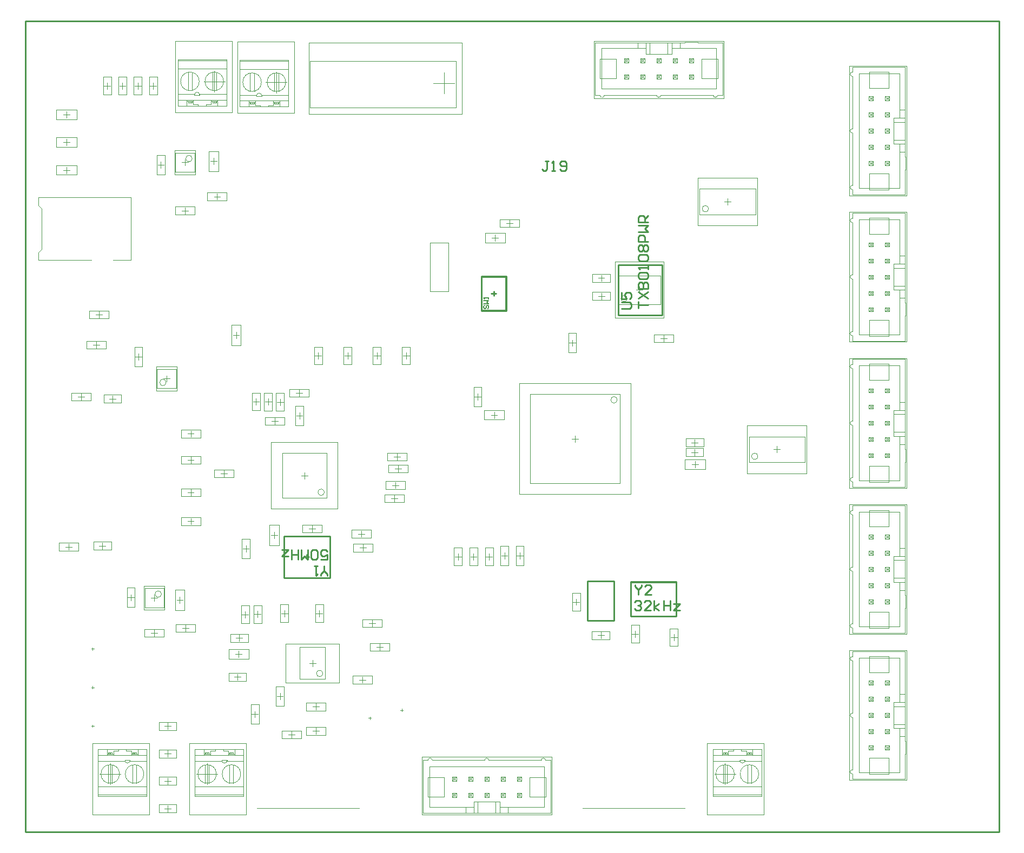
<source format=gm1>
%FSLAX25Y25*%
%MOIN*%
G70*
G01*
G75*
G04 Layer_Color=16711935*
%ADD10R,0.02953X0.04528*%
%ADD11R,0.05512X0.03740*%
%ADD12R,0.05118X0.07480*%
%ADD13R,0.01969X0.08858*%
%ADD14R,0.07874X0.09843*%
%ADD15R,0.04724X0.07087*%
%ADD16O,0.10039X0.01575*%
%ADD17R,0.00984X0.06102*%
%ADD18R,0.04331X0.03937*%
%ADD19R,0.03937X0.04331*%
%ADD20R,0.04528X0.05709*%
%ADD21R,0.05709X0.04528*%
%ADD22R,0.03740X0.03937*%
%ADD23R,0.03937X0.03740*%
%ADD24R,0.07087X0.07874*%
%ADD25O,0.01181X0.07087*%
%ADD26O,0.07087X0.01181*%
%ADD27O,0.02362X0.08661*%
%ADD28R,0.09370X0.06850*%
%ADD29R,0.01181X0.02165*%
%ADD30R,0.03150X0.03150*%
%ADD31R,0.03150X0.03150*%
%ADD32C,0.01000*%
%ADD33C,0.00800*%
%ADD34C,0.00394*%
%ADD35C,0.00600*%
%ADD36C,0.00197*%
%ADD37C,0.00300*%
%ADD38C,0.00039*%
%ADD39C,0.26000*%
%ADD40C,0.07000*%
%ADD41O,0.16000X0.08000*%
%ADD42C,0.12600*%
%ADD43R,0.05906X0.05906*%
%ADD44C,0.05906*%
%ADD45C,0.11614*%
%ADD46R,0.05906X0.05906*%
%ADD47C,0.05906*%
%ADD48C,0.06000*%
%ADD49O,0.08000X0.06800*%
G04:AMPARAMS|DCode=50|XSize=80mil|YSize=68mil|CornerRadius=8.5mil|HoleSize=0mil|Usage=FLASHONLY|Rotation=180.000|XOffset=0mil|YOffset=0mil|HoleType=Round|Shape=RoundedRectangle|*
%AMROUNDEDRECTD50*
21,1,0.08000,0.05100,0,0,180.0*
21,1,0.06300,0.06800,0,0,180.0*
1,1,0.01700,-0.03150,0.02550*
1,1,0.01700,0.03150,0.02550*
1,1,0.01700,0.03150,-0.02550*
1,1,0.01700,-0.03150,-0.02550*
%
%ADD50ROUNDEDRECTD50*%
%ADD51C,0.08000*%
%ADD52O,0.06800X0.08000*%
G04:AMPARAMS|DCode=53|XSize=80mil|YSize=68mil|CornerRadius=8.5mil|HoleSize=0mil|Usage=FLASHONLY|Rotation=270.000|XOffset=0mil|YOffset=0mil|HoleType=Round|Shape=RoundedRectangle|*
%AMROUNDEDRECTD53*
21,1,0.08000,0.05100,0,0,270.0*
21,1,0.06300,0.06800,0,0,270.0*
1,1,0.01700,-0.02550,-0.03150*
1,1,0.01700,-0.02550,0.03150*
1,1,0.01700,0.02550,0.03150*
1,1,0.01700,0.02550,-0.03150*
%
%ADD53ROUNDEDRECTD53*%
%ADD54C,0.07500*%
G04:AMPARAMS|DCode=55|XSize=75mil|YSize=75mil|CornerRadius=9.38mil|HoleSize=0mil|Usage=FLASHONLY|Rotation=180.000|XOffset=0mil|YOffset=0mil|HoleType=Round|Shape=RoundedRectangle|*
%AMROUNDEDRECTD55*
21,1,0.07500,0.05625,0,0,180.0*
21,1,0.05625,0.07500,0,0,180.0*
1,1,0.01875,-0.02813,0.02813*
1,1,0.01875,0.02813,0.02813*
1,1,0.01875,0.02813,-0.02813*
1,1,0.01875,-0.02813,-0.02813*
%
%ADD55ROUNDEDRECTD55*%
G04:AMPARAMS|DCode=56|XSize=100mil|YSize=100mil|CornerRadius=12.5mil|HoleSize=0mil|Usage=FLASHONLY|Rotation=90.000|XOffset=0mil|YOffset=0mil|HoleType=Round|Shape=RoundedRectangle|*
%AMROUNDEDRECTD56*
21,1,0.10000,0.07500,0,0,90.0*
21,1,0.07500,0.10000,0,0,90.0*
1,1,0.02500,0.03750,0.03750*
1,1,0.02500,0.03750,-0.03750*
1,1,0.02500,-0.03750,-0.03750*
1,1,0.02500,-0.03750,0.03750*
%
%ADD56ROUNDEDRECTD56*%
%ADD57C,0.10000*%
%ADD58O,0.11811X0.10236*%
%ADD59O,0.10236X0.11811*%
%ADD60C,0.03000*%
%ADD61C,0.00984*%
%ADD62C,0.02362*%
%ADD63C,0.00500*%
%ADD64C,0.00200*%
%ADD65C,0.00787*%
%ADD66R,0.03753X0.05328*%
%ADD67R,0.06312X0.04540*%
%ADD68R,0.05918X0.08280*%
%ADD69R,0.02362X0.09252*%
%ADD70R,0.08268X0.10236*%
%ADD71R,0.05524X0.07887*%
%ADD72O,0.10839X0.02375*%
%ADD73R,0.01784X0.06902*%
%ADD74R,0.05131X0.04737*%
%ADD75R,0.04737X0.05131*%
%ADD76R,0.05328X0.06509*%
%ADD77R,0.06509X0.05328*%
%ADD78R,0.04540X0.04737*%
%ADD79R,0.04737X0.04540*%
%ADD80R,0.07887X0.08674*%
%ADD81O,0.01581X0.07487*%
%ADD82O,0.07487X0.01581*%
%ADD83O,0.02762X0.09061*%
%ADD84R,0.10173X0.07653*%
%ADD85R,0.01984X0.02969*%
%ADD86R,0.03550X0.03550*%
%ADD87R,0.03550X0.03550*%
%ADD88C,0.26800*%
%ADD89C,0.00800*%
%ADD90C,0.07800*%
%ADD91O,0.16800X0.08800*%
%ADD92C,0.13400*%
%ADD93R,0.06706X0.06706*%
%ADD94C,0.06706*%
%ADD95C,0.12414*%
%ADD96R,0.06706X0.06706*%
%ADD97C,0.06706*%
%ADD98C,0.06800*%
%ADD99O,0.08400X0.07200*%
G04:AMPARAMS|DCode=100|XSize=84mil|YSize=72mil|CornerRadius=10.5mil|HoleSize=0mil|Usage=FLASHONLY|Rotation=180.000|XOffset=0mil|YOffset=0mil|HoleType=Round|Shape=RoundedRectangle|*
%AMROUNDEDRECTD100*
21,1,0.08400,0.05100,0,0,180.0*
21,1,0.06300,0.07200,0,0,180.0*
1,1,0.02100,-0.03150,0.02550*
1,1,0.02100,0.03150,0.02550*
1,1,0.02100,0.03150,-0.02550*
1,1,0.02100,-0.03150,-0.02550*
%
%ADD100ROUNDEDRECTD100*%
%ADD101C,0.08400*%
%ADD102O,0.07200X0.08400*%
G04:AMPARAMS|DCode=103|XSize=84mil|YSize=72mil|CornerRadius=10.5mil|HoleSize=0mil|Usage=FLASHONLY|Rotation=270.000|XOffset=0mil|YOffset=0mil|HoleType=Round|Shape=RoundedRectangle|*
%AMROUNDEDRECTD103*
21,1,0.08400,0.05100,0,0,270.0*
21,1,0.06300,0.07200,0,0,270.0*
1,1,0.02100,-0.02550,-0.03150*
1,1,0.02100,-0.02550,0.03150*
1,1,0.02100,0.02550,0.03150*
1,1,0.02100,0.02550,-0.03150*
%
%ADD103ROUNDEDRECTD103*%
%ADD104C,0.07900*%
G04:AMPARAMS|DCode=105|XSize=79mil|YSize=79mil|CornerRadius=11.38mil|HoleSize=0mil|Usage=FLASHONLY|Rotation=180.000|XOffset=0mil|YOffset=0mil|HoleType=Round|Shape=RoundedRectangle|*
%AMROUNDEDRECTD105*
21,1,0.07900,0.05625,0,0,180.0*
21,1,0.05625,0.07900,0,0,180.0*
1,1,0.02275,-0.02813,0.02813*
1,1,0.02275,0.02813,0.02813*
1,1,0.02275,0.02813,-0.02813*
1,1,0.02275,-0.02813,-0.02813*
%
%ADD105ROUNDEDRECTD105*%
G04:AMPARAMS|DCode=106|XSize=104mil|YSize=104mil|CornerRadius=14.5mil|HoleSize=0mil|Usage=FLASHONLY|Rotation=90.000|XOffset=0mil|YOffset=0mil|HoleType=Round|Shape=RoundedRectangle|*
%AMROUNDEDRECTD106*
21,1,0.10400,0.07500,0,0,90.0*
21,1,0.07500,0.10400,0,0,90.0*
1,1,0.02900,0.03750,0.03750*
1,1,0.02900,0.03750,-0.03750*
1,1,0.02900,-0.03750,-0.03750*
1,1,0.02900,-0.03750,0.03750*
%
%ADD106ROUNDEDRECTD106*%
%ADD107C,0.10400*%
%ADD108R,0.06306X0.06306*%
%ADD109C,0.06306*%
%ADD110O,0.12211X0.10636*%
%ADD111O,0.10636X0.12211*%
%ADD112C,0.03400*%
D32*
X0Y0D02*
X600000D01*
Y500000D01*
X0D02*
X600000D01*
X0Y0D02*
Y500000D01*
Y0D02*
X600000D01*
Y500000D01*
X0D02*
X600000D01*
X0Y0D02*
Y500000D01*
X281121Y321370D02*
X296574D01*
X296476Y321468D02*
X296574Y321370D01*
X296476Y321468D02*
Y342630D01*
X296377Y342531D02*
X296476Y342630D01*
X281121Y342531D02*
X296377D01*
X281023Y342433D02*
X281121Y342531D01*
X281023Y321468D02*
Y342433D01*
X373125Y132972D02*
X401176D01*
X373125D02*
Y154232D01*
X401176Y132972D02*
Y154232D01*
X373125D02*
X401176D01*
X392417Y318794D02*
Y349394D01*
X388316Y318694D02*
X392317D01*
X365417D02*
X388316D01*
X369416Y349495D02*
X392317D01*
X365417D02*
X369416D01*
X365317Y349394D02*
X365417Y349495D01*
X365317Y318794D02*
Y349394D01*
X159624Y156608D02*
X187872D01*
Y182100D01*
X159525Y156805D02*
Y182297D01*
X187773D01*
X375586Y141710D02*
X376586Y142710D01*
X378585D01*
X379585Y141710D01*
Y140710D01*
X378585Y139711D01*
X377585D01*
X378585D01*
X379585Y138711D01*
Y137712D01*
X378585Y136712D01*
X376586D01*
X375586Y137712D01*
X385583Y136712D02*
X381584D01*
X385583Y140710D01*
Y141710D01*
X384583Y142710D01*
X382584D01*
X381584Y141710D01*
X387582Y136712D02*
Y142710D01*
Y138711D02*
X390581Y140710D01*
X387582Y138711D02*
X390581Y136712D01*
X393580Y142710D02*
Y136712D01*
Y139711D01*
X397579D01*
Y142710D01*
Y136712D01*
X399578Y140710D02*
X403577D01*
X399578Y136712D01*
X403577D01*
X375881Y152356D02*
Y151356D01*
X377881Y149356D01*
X379880Y151356D01*
Y152356D01*
X377881Y149356D02*
Y146358D01*
X385878D02*
X381879D01*
X385878Y150356D01*
Y151356D01*
X384878Y152356D01*
X382879D01*
X381879Y151356D01*
X377919Y323095D02*
Y327093D01*
Y325094D01*
X383916D01*
X377919Y329093D02*
X383916Y333091D01*
X377919D02*
X383916Y329093D01*
X377919Y335091D02*
X383916D01*
Y338090D01*
X382917Y339089D01*
X381917D01*
X380918Y338090D01*
Y335091D01*
Y338090D01*
X379918Y339089D01*
X378918D01*
X377919Y338090D01*
Y335091D01*
X378918Y341089D02*
X377919Y342088D01*
Y344088D01*
X378918Y345087D01*
X382917D01*
X383916Y344088D01*
Y342088D01*
X382917Y341089D01*
X378918D01*
X383916Y347087D02*
Y349086D01*
Y348086D01*
X377919D01*
X378918Y347087D01*
Y352085D02*
X377919Y353085D01*
Y355084D01*
X378918Y356084D01*
X382917D01*
X383916Y355084D01*
Y353085D01*
X382917Y352085D01*
X378918D01*
Y358083D02*
X377919Y359083D01*
Y361082D01*
X378918Y362082D01*
X379918D01*
X380918Y361082D01*
X381917Y362082D01*
X382917D01*
X383916Y361082D01*
Y359083D01*
X382917Y358083D01*
X381917D01*
X380918Y359083D01*
X379918Y358083D01*
X378918D01*
X380918Y359083D02*
Y361082D01*
X383916Y364081D02*
X377919D01*
Y367080D01*
X378918Y368080D01*
X380918D01*
X381917Y367080D01*
Y364081D01*
X377919Y370079D02*
X383916D01*
X381917Y372079D01*
X383916Y374078D01*
X377919D01*
X383916Y376077D02*
X377919D01*
Y379076D01*
X378918Y380076D01*
X380918D01*
X381917Y379076D01*
Y376077D01*
Y378077D02*
X383916Y380076D01*
X367419Y322694D02*
X372417D01*
X373416Y323694D01*
Y325693D01*
X372417Y326693D01*
X367419D01*
Y332691D02*
Y328693D01*
X370417D01*
X369418Y330692D01*
Y331692D01*
X370417Y332691D01*
X372417D01*
X373416Y331692D01*
Y329692D01*
X372417Y328693D01*
X182200Y167933D02*
X186198D01*
Y170932D01*
X184199Y169932D01*
X183199D01*
X182200Y170932D01*
Y172931D01*
X183199Y173931D01*
X185199D01*
X186198Y172931D01*
X180200Y168932D02*
X179201Y167933D01*
X177201D01*
X176202Y168932D01*
Y172931D01*
X177201Y173931D01*
X179201D01*
X180200Y172931D01*
Y168932D01*
X174202Y173931D02*
Y167933D01*
X172203Y169932D01*
X170204Y167933D01*
Y173931D01*
X168204Y167933D02*
Y173931D01*
Y170932D01*
X164206D01*
Y167933D01*
Y173931D01*
X162206Y169932D02*
X158207D01*
X162206Y173931D01*
X158207D01*
X186100Y158090D02*
Y159090D01*
X184101Y161089D01*
X182101Y159090D01*
Y158090D01*
X184101Y161089D02*
Y164088D01*
X180102D02*
X178103D01*
X179102D01*
Y158090D01*
X180102Y159090D01*
X322599Y413798D02*
X320599D01*
X321599D01*
Y408800D01*
X320599Y407800D01*
X319600D01*
X318600Y408800D01*
X324598Y407800D02*
X326597D01*
X325598D01*
Y413798D01*
X324598Y412798D01*
X329596Y408800D02*
X330596Y407800D01*
X332595D01*
X333595Y408800D01*
Y412798D01*
X332595Y413798D01*
X330596D01*
X329596Y412798D01*
Y411799D01*
X330596Y410799D01*
X333595D01*
X288700Y330622D02*
Y333378D01*
X287224Y332000D02*
X290176D01*
X281023Y321567D02*
X296279D01*
Y342236D01*
X281023D02*
X296279D01*
X281023Y321567D02*
Y342236D01*
X373125Y154133D02*
X401176D01*
Y132873D02*
Y153936D01*
X373125Y132873D02*
Y154133D01*
Y132873D02*
X401176D01*
X362700Y130200D02*
Y154700D01*
X346600D02*
X362700D01*
X346600Y130200D02*
X362700D01*
X346600D02*
Y154700D01*
X172222Y169600D02*
X174781D01*
X173600Y168419D02*
Y170978D01*
X159427Y182297D02*
X187773D01*
X159427Y156706D02*
Y182297D01*
X187773Y156706D02*
Y182297D01*
X159427Y156706D02*
X187773D01*
D34*
X231213Y75100D02*
X232787D01*
X232000Y74313D02*
Y75887D01*
X211613Y70200D02*
X213187D01*
X212400Y69413D02*
Y70987D01*
X41600Y64513D02*
Y66087D01*
X40813Y65300D02*
X42387D01*
X41600Y112113D02*
Y113687D01*
X40813Y112900D02*
X42387D01*
X41600Y88313D02*
Y89887D01*
X40813Y89100D02*
X42387D01*
X231213Y75100D02*
X232787D01*
X232000Y74313D02*
Y75887D01*
X211613Y70200D02*
X213187D01*
X212400Y69413D02*
Y70987D01*
X41600Y64513D02*
Y66087D01*
X40813Y65300D02*
X42387D01*
X41600Y112113D02*
Y113687D01*
X40813Y112900D02*
X42387D01*
X41600Y88313D02*
Y89887D01*
X40813Y89100D02*
X42387D01*
X183379Y97701D02*
G03*
X183379Y97701I-1969J0D01*
G01*
X371036Y328879D02*
G03*
X371036Y328879I-1969J0D01*
G01*
X364784Y266416D02*
G03*
X364784Y266416I-1969J0D01*
G01*
X451487Y231569D02*
G03*
X451487Y231569I-1969J0D01*
G01*
X86806Y277138D02*
G03*
X86806Y277138I-1969J0D01*
G01*
X102862Y415194D02*
G03*
X102862Y415194I-1969J0D01*
G01*
X83931Y146662D02*
G03*
X83931Y146662I-1969J0D01*
G01*
X184305Y209464D02*
G03*
X184305Y209464I-1969J0D01*
G01*
X421087Y384269D02*
G03*
X421087Y384269I-1969J0D01*
G01*
X169246Y113842D02*
X184954D01*
X169246Y94157D02*
X184954D01*
X169246D02*
Y113842D01*
X184954Y94157D02*
Y113842D01*
X365524Y325336D02*
X391509D01*
X365524Y343053D02*
X391509D01*
X365524Y325336D02*
Y343053D01*
X391509Y325336D02*
Y343053D01*
X311241Y269959D02*
X366359D01*
X311241Y214841D02*
X366359D01*
Y269959D01*
X311241Y214841D02*
Y269959D01*
X445976Y228026D02*
X480424D01*
X445976Y243774D02*
X480424D01*
X445976Y228026D02*
Y243774D01*
X480424Y228026D02*
Y243774D01*
X93106Y273594D02*
Y285405D01*
X81295Y273594D02*
Y285405D01*
X93106D01*
X81295Y273594D02*
X93106D01*
X92626Y406926D02*
Y418737D01*
X104437Y406926D02*
Y418737D01*
X92626Y406926D02*
X104437D01*
X92626Y418737D02*
X104437D01*
X73694Y138394D02*
Y150206D01*
X85505Y138394D02*
Y150206D01*
X73694Y138394D02*
X85505D01*
X73694Y150206D02*
X85505D01*
X158320Y233479D02*
X185880D01*
X158320Y205921D02*
X185880D01*
X158320D02*
Y233479D01*
X185880Y205921D02*
Y233479D01*
X415576Y380726D02*
X450024D01*
X415576Y396474D02*
X450024D01*
X415576Y380726D02*
Y396474D01*
X450024Y380726D02*
Y396474D01*
X177100Y102032D02*
Y105968D01*
X175131Y104000D02*
X179069D01*
X363556Y316872D02*
X393477D01*
X363556Y351517D02*
X393477D01*
X363556Y316872D02*
Y351517D01*
X393477Y316872D02*
Y351517D01*
X378517Y332226D02*
Y336163D01*
X376548Y334194D02*
X380485D01*
X102000Y227432D02*
Y231368D01*
X100031Y229400D02*
X103969D01*
X108000Y227000D02*
Y231800D01*
X96000Y227000D02*
X108000D01*
X96000Y231800D02*
X108000D01*
X96000Y227000D02*
Y231800D01*
X102000Y243531D02*
Y247468D01*
X100031Y245500D02*
X103969D01*
X108000Y243100D02*
Y247900D01*
X96000Y243100D02*
X108000D01*
X96000Y247900D02*
X108000D01*
X96000Y243100D02*
Y247900D01*
X102000Y189532D02*
Y193468D01*
X100031Y191500D02*
X103969D01*
X108000Y189100D02*
Y193900D01*
X96000Y189100D02*
X108000D01*
X96000Y193900D02*
X108000D01*
X96000Y189100D02*
Y193900D01*
X102000Y207331D02*
Y211268D01*
X100031Y209300D02*
X103969D01*
X108000Y206900D02*
Y211700D01*
X96000Y206900D02*
X108000D01*
X96000Y211700D02*
X108000D01*
X96000Y206900D02*
Y211700D01*
X229100Y229432D02*
Y233368D01*
X227132Y231400D02*
X231068D01*
X223100Y229000D02*
Y233800D01*
X235100D01*
X223100Y229000D02*
X235100D01*
Y233800D01*
X34400Y266332D02*
Y270269D01*
X32432Y268300D02*
X36369D01*
X40400Y265900D02*
Y270700D01*
X28400Y265900D02*
X40400D01*
X28400Y270700D02*
X40400D01*
X28400Y265900D02*
Y270700D01*
X26800Y173831D02*
Y177769D01*
X24832Y175800D02*
X28769D01*
X32800Y173400D02*
Y178200D01*
X20800Y173400D02*
X32800D01*
X20800Y178200D02*
X32800D01*
X20800Y173400D02*
Y178200D01*
X228200Y211831D02*
Y215769D01*
X226232Y213800D02*
X230169D01*
X222200Y211400D02*
Y216200D01*
X234200D01*
X222200Y211400D02*
X234200D01*
Y216200D01*
X229700Y221932D02*
Y225869D01*
X227731Y223900D02*
X231668D01*
X223700Y221500D02*
Y226300D01*
X235700D01*
X223700Y221500D02*
X235700D01*
Y226300D01*
X227400Y203631D02*
Y207569D01*
X225431Y205600D02*
X229368D01*
X221400Y203200D02*
Y208000D01*
X233400D01*
X221400Y203200D02*
X233400D01*
Y208000D01*
X122500Y219032D02*
Y222969D01*
X120531Y221000D02*
X124469D01*
X128500Y218600D02*
Y223400D01*
X116500Y218600D02*
X128500D01*
X116500Y223400D02*
X128500D01*
X116500Y218600D02*
Y223400D01*
X153700Y251331D02*
Y255269D01*
X151732Y253300D02*
X155668D01*
X159700Y250900D02*
Y255700D01*
X147700Y250900D02*
X159700D01*
X147700Y255700D02*
X159700D01*
X147700Y250900D02*
Y255700D01*
X176700Y184932D02*
Y188868D01*
X174732Y186900D02*
X178668D01*
X170700Y184500D02*
Y189300D01*
X182700D01*
X170700Y184500D02*
X182700D01*
Y189300D01*
X208100Y173231D02*
Y177169D01*
X206132Y175200D02*
X210068D01*
X202100Y172800D02*
Y177600D01*
X214100D01*
X202100Y172800D02*
X214100D01*
Y177600D01*
X207100Y181832D02*
Y185768D01*
X205132Y183800D02*
X209068D01*
X201100Y181400D02*
Y186200D01*
X213100D01*
X201100Y181400D02*
X213100D01*
Y186200D01*
X134031Y174700D02*
X137969D01*
X136000Y172731D02*
Y176669D01*
X133600Y180700D02*
X138400D01*
Y168700D02*
Y180700D01*
X133600Y168700D02*
Y180700D01*
Y168700D02*
X138400D01*
X167032Y256600D02*
X170968D01*
X169000Y254631D02*
Y258569D01*
X166600Y262600D02*
X171400D01*
Y250600D02*
Y262600D01*
X166600Y250600D02*
Y262600D01*
Y250600D02*
X171400D01*
X168700Y268731D02*
Y272669D01*
X166732Y270700D02*
X170668D01*
X162700Y268300D02*
Y273100D01*
X174700D01*
X162700Y268300D02*
X174700D01*
Y273100D01*
X155032Y83700D02*
X158968D01*
X157000Y81731D02*
Y85668D01*
X154600Y77700D02*
X159400D01*
X154600D02*
Y89700D01*
X159400Y77700D02*
Y89700D01*
X154600D02*
X159400D01*
X218600Y111932D02*
Y115868D01*
X216632Y113900D02*
X220568D01*
X224600Y111500D02*
Y116300D01*
X212600Y111500D02*
X224600D01*
X212600Y116300D02*
X224600D01*
X212600Y111500D02*
Y116300D01*
X207900Y91831D02*
Y95768D01*
X205931Y93800D02*
X209869D01*
X213900Y91400D02*
Y96200D01*
X201900Y91400D02*
X213900D01*
X201900Y96200D02*
X213900D01*
X201900Y91400D02*
Y96200D01*
X179200Y75231D02*
Y79168D01*
X177232Y77200D02*
X181168D01*
X185200Y74800D02*
Y79600D01*
X173200Y74800D02*
X185200D01*
X173200Y79600D02*
X185200D01*
X173200Y74800D02*
Y79600D01*
X164200Y58031D02*
Y61968D01*
X162232Y60000D02*
X166168D01*
X158200Y57600D02*
Y62400D01*
X170200D01*
X158200Y57600D02*
X170200D01*
Y62400D01*
X213900Y126631D02*
Y130569D01*
X211931Y128600D02*
X215868D01*
X219900Y126200D02*
Y131000D01*
X207900Y126200D02*
X219900D01*
X207900Y131000D02*
X219900D01*
X207900Y126200D02*
Y131000D01*
X139631Y72500D02*
X143569D01*
X141600Y70531D02*
Y74468D01*
X139200Y78500D02*
X144000D01*
Y66500D02*
Y78500D01*
X139200Y66500D02*
Y78500D01*
Y66500D02*
X144000D01*
X179200Y60232D02*
Y64169D01*
X177232Y62200D02*
X181168D01*
X185200Y59800D02*
Y64600D01*
X173200Y59800D02*
X185200D01*
X173200Y64600D02*
X185200D01*
X173200Y59800D02*
Y64600D01*
X298400Y373331D02*
Y377269D01*
X296431Y375300D02*
X300368D01*
X304400Y372900D02*
Y377700D01*
X292400Y372900D02*
X304400D01*
X292400Y377700D02*
X304400D01*
X292400Y372900D02*
Y377700D01*
X335132Y301500D02*
X339069D01*
X337100Y299532D02*
Y303468D01*
X334700Y295500D02*
X339500D01*
X334700D02*
Y307500D01*
X339500Y295500D02*
Y307500D01*
X334700D02*
X339500D01*
X276832Y268200D02*
X280768D01*
X278800Y266231D02*
Y270168D01*
X276400Y262200D02*
X281200D01*
X276400D02*
Y274200D01*
X281200Y262200D02*
Y274200D01*
X276400D02*
X281200D01*
X393500Y302331D02*
Y306269D01*
X391531Y304300D02*
X395468D01*
X387500Y301900D02*
Y306700D01*
X399500D01*
X387500Y301900D02*
X399500D01*
Y306700D01*
X67831Y292900D02*
X71768D01*
X69800Y290932D02*
Y294868D01*
X67400Y286900D02*
X72200D01*
X67400D02*
Y298900D01*
X72200Y286900D02*
Y298900D01*
X67400D02*
X72200D01*
X118300Y389831D02*
Y393769D01*
X116332Y391800D02*
X120268D01*
X124300Y389400D02*
Y394200D01*
X112300Y389400D02*
X124300D01*
X112300Y394200D02*
X124300D01*
X112300Y389400D02*
Y394200D01*
X98800Y123732D02*
Y127668D01*
X96832Y125700D02*
X100768D01*
X104800Y123300D02*
Y128100D01*
X92800Y123300D02*
X104800D01*
X92800Y128100D02*
X104800D01*
X92800Y123300D02*
Y128100D01*
X43800Y298331D02*
Y302269D01*
X41831Y300300D02*
X45768D01*
X49800Y297900D02*
Y302700D01*
X37800Y297900D02*
X49800D01*
X37800Y302700D02*
X49800D01*
X37800Y297900D02*
Y302700D01*
X45500Y317032D02*
Y320969D01*
X43532Y319000D02*
X47469D01*
X51500Y316600D02*
Y321400D01*
X39500Y316600D02*
X51500D01*
X39500Y321400D02*
X51500D01*
X39500Y316600D02*
Y321400D01*
X98600Y381132D02*
Y385068D01*
X96631Y383100D02*
X100568D01*
X92600Y380700D02*
Y385500D01*
X104600D01*
X92600Y380700D02*
X104600D01*
Y385500D01*
X81663Y411232D02*
X85600D01*
X83631Y409263D02*
Y413200D01*
X81231Y405232D02*
X86032D01*
X81231D02*
Y417232D01*
X86032Y405232D02*
Y417232D01*
X81231D02*
X86032D01*
X79500Y120632D02*
Y124568D01*
X77531Y122600D02*
X81468D01*
X73500Y120200D02*
Y125000D01*
X85500D01*
X73500Y120200D02*
X85500D01*
Y125000D01*
X63231Y144500D02*
X67168D01*
X65200Y142532D02*
Y146468D01*
X62800Y138500D02*
X67600D01*
X62800D02*
Y150500D01*
X67600Y138500D02*
Y150500D01*
X62800D02*
X67600D01*
X293356Y170300D02*
X297293D01*
X295325Y168332D02*
Y172268D01*
X292925Y176300D02*
X297725D01*
Y164300D02*
Y176300D01*
X292925Y164300D02*
Y176300D01*
Y164300D02*
X297725D01*
X302931Y170300D02*
X306869D01*
X304900Y168332D02*
Y172268D01*
X302500Y176300D02*
X307300D01*
Y164300D02*
Y176300D01*
X302500Y164300D02*
Y176300D01*
Y164300D02*
X307300D01*
X137900Y106647D02*
Y112553D01*
X125400Y106647D02*
Y112553D01*
Y106647D02*
X137900D01*
X125400Y112553D02*
X137900D01*
X129631Y109600D02*
X133569D01*
X131600Y107632D02*
Y111568D01*
X150547Y176800D02*
X156453D01*
X150547Y189300D02*
X156453D01*
X150547Y176800D02*
Y189300D01*
X156453Y176800D02*
Y189300D01*
X153500Y181131D02*
Y185069D01*
X151532Y183100D02*
X155468D01*
X295900Y363447D02*
Y369353D01*
X283400Y363447D02*
Y369353D01*
Y363447D02*
X295900D01*
X283400Y369353D02*
X295900D01*
X287632Y366400D02*
X291568D01*
X289600Y364432D02*
Y368369D01*
X419000Y223747D02*
Y229653D01*
X406500Y223747D02*
Y229653D01*
Y223747D02*
X419000D01*
X406500Y229653D02*
X419000D01*
X410732Y226700D02*
X414669D01*
X412700Y224731D02*
Y228668D01*
X295300Y254147D02*
Y260053D01*
X282800Y254147D02*
Y260053D01*
Y254147D02*
X295300D01*
X282800Y260053D02*
X295300D01*
X287032Y257100D02*
X290968D01*
X289000Y255132D02*
Y259068D01*
X127047Y300000D02*
X132953D01*
X127047Y312500D02*
X132953D01*
X127047Y300000D02*
Y312500D01*
X132953Y300000D02*
Y312500D01*
X130000Y304331D02*
Y308268D01*
X128032Y306300D02*
X131968D01*
X31800Y422247D02*
Y428153D01*
X19300Y422247D02*
Y428153D01*
Y422247D02*
X31800D01*
X19300Y428153D02*
X31800D01*
X23531Y425200D02*
X27468D01*
X25500Y423232D02*
Y427169D01*
X113179Y407232D02*
X119084D01*
X113179Y419732D02*
X119084D01*
X113179Y407232D02*
Y419732D01*
X119084Y407232D02*
Y419732D01*
X116131Y411563D02*
Y415500D01*
X114163Y413531D02*
X118100D01*
X31800Y439347D02*
Y445253D01*
X19300Y439347D02*
Y445253D01*
Y439347D02*
X31800D01*
X19300Y445253D02*
X31800D01*
X23531Y442300D02*
X27468D01*
X25500Y440332D02*
Y444269D01*
X92347Y136800D02*
X98253D01*
X92347Y149300D02*
X98253D01*
X92347Y136800D02*
Y149300D01*
X98253Y136800D02*
Y149300D01*
X95300Y141131D02*
Y145069D01*
X93331Y143100D02*
X97268D01*
X31800Y405147D02*
Y411053D01*
X19300Y405147D02*
Y411053D01*
Y405147D02*
X31800D01*
X19300Y411053D02*
X31800D01*
X23531Y408100D02*
X27468D01*
X25500Y406132D02*
Y410069D01*
X59300Y264600D02*
Y269600D01*
X48400Y264600D02*
Y269600D01*
Y264600D02*
X59300D01*
X48400Y269600D02*
X59300D01*
X51832Y267100D02*
X55769D01*
X53800Y265131D02*
Y269069D01*
X53100Y173900D02*
Y178900D01*
X42200Y173900D02*
Y178900D01*
Y173900D02*
X53100D01*
X42200Y178900D02*
X53100D01*
X45632Y176400D02*
X49569D01*
X47600Y174432D02*
Y178368D01*
X137400Y117100D02*
Y122100D01*
X126500Y117100D02*
Y122100D01*
Y117100D02*
X137400D01*
X126500Y122100D02*
X137400D01*
X129931Y119600D02*
X133869D01*
X131900Y117631D02*
Y121569D01*
X136300Y93000D02*
Y98000D01*
X125400Y93000D02*
Y98000D01*
Y93000D02*
X136300D01*
X125400Y98000D02*
X136300D01*
X128832Y95500D02*
X132768D01*
X130800Y93532D02*
Y97469D01*
X133000Y139500D02*
X138000D01*
X133000Y128600D02*
X138000D01*
Y139500D01*
X133000Y128600D02*
Y139500D01*
X135500Y132032D02*
Y135968D01*
X133531Y134000D02*
X137469D01*
X154600Y259600D02*
X159600D01*
X154600Y270500D02*
X159600D01*
X154600Y259600D02*
Y270500D01*
X159600Y259600D02*
Y270500D01*
X157100Y263131D02*
Y267069D01*
X155131Y265100D02*
X159069D01*
X147300Y259700D02*
X152300D01*
X147300Y270600D02*
X152300D01*
X147300Y259700D02*
Y270600D01*
X152300Y259700D02*
Y270600D01*
X149800Y263231D02*
Y267168D01*
X147831Y265200D02*
X151769D01*
X139800Y259900D02*
X144800D01*
X139800Y270800D02*
X144800D01*
X139800Y259900D02*
Y270800D01*
X144800Y259900D02*
Y270800D01*
X142300Y263432D02*
Y267369D01*
X140331Y265400D02*
X144269D01*
X264200Y175200D02*
X269200D01*
X264200Y164300D02*
X269200D01*
Y175200D01*
X264200Y164300D02*
Y175200D01*
X266700Y167731D02*
Y171669D01*
X264732Y169700D02*
X268669D01*
X178700Y140200D02*
X183700D01*
X178700Y129300D02*
X183700D01*
Y140200D01*
X178700Y129300D02*
Y140200D01*
X181200Y132731D02*
Y136669D01*
X179232Y134700D02*
X183168D01*
X157200Y140200D02*
X162200D01*
X157200Y129300D02*
X162200D01*
Y140200D01*
X157200Y129300D02*
Y140200D01*
X159700Y132731D02*
Y136669D01*
X157731Y134700D02*
X161669D01*
X140700Y139700D02*
X145700D01*
X140700Y128800D02*
X145700D01*
Y139700D01*
X140700Y128800D02*
Y139700D01*
X143200Y132231D02*
Y136169D01*
X141232Y134200D02*
X145168D01*
X360500Y339000D02*
Y344000D01*
X349600Y339000D02*
Y344000D01*
Y339000D02*
X360500D01*
X349600Y344000D02*
X360500D01*
X353031Y341500D02*
X356968D01*
X355000Y339531D02*
Y343468D01*
X349600Y327900D02*
Y332900D01*
X360500Y327900D02*
Y332900D01*
X349600D02*
X360500D01*
X349600Y327900D02*
X360500D01*
X353132Y330400D02*
X357068D01*
X355100Y328432D02*
Y332368D01*
X397200Y114500D02*
X402200D01*
X397200Y125400D02*
X402200D01*
X397200Y114500D02*
Y125400D01*
X402200Y114500D02*
Y125400D01*
X399700Y118032D02*
Y121968D01*
X397731Y120000D02*
X401669D01*
X337100Y136300D02*
X342100D01*
X337100Y147200D02*
X342100D01*
X337100Y136300D02*
Y147200D01*
X342100Y136300D02*
Y147200D01*
X339600Y139831D02*
Y143769D01*
X337632Y141800D02*
X341568D01*
X349300Y118800D02*
Y123800D01*
X360200Y118800D02*
Y123800D01*
X349300D02*
X360200D01*
X349300Y118800D02*
X360200D01*
X352832Y121300D02*
X356768D01*
X354800Y119332D02*
Y123268D01*
X373400Y116600D02*
X378400D01*
X373400Y127500D02*
X378400D01*
X373400Y116600D02*
Y127500D01*
X378400Y116600D02*
Y127500D01*
X375900Y120132D02*
Y124068D01*
X373932Y122100D02*
X377869D01*
X214233Y288200D02*
X219233D01*
X214233Y299100D02*
X219233D01*
X214233Y288200D02*
Y299100D01*
X219233Y288200D02*
Y299100D01*
X216733Y291732D02*
Y295669D01*
X214765Y293700D02*
X218702D01*
X196167Y288200D02*
X201167D01*
X196167Y299100D02*
X201167D01*
X196167Y288200D02*
Y299100D01*
X201167Y288200D02*
Y299100D01*
X198667Y291732D02*
Y295669D01*
X196698Y293700D02*
X200635D01*
X178100Y288200D02*
X183100D01*
X178100Y299100D02*
X183100D01*
X178100Y288200D02*
Y299100D01*
X183100Y288200D02*
Y299100D01*
X180600Y291732D02*
Y295669D01*
X178631Y293700D02*
X182569D01*
X232300Y288200D02*
X237300D01*
X232300Y299100D02*
X237300D01*
X232300Y288200D02*
Y299100D01*
X237300Y288200D02*
Y299100D01*
X234800Y291732D02*
Y295669D01*
X232832Y293700D02*
X236769D01*
X273775Y175200D02*
X278775D01*
X273775Y164300D02*
X278775D01*
Y175200D01*
X273775Y164300D02*
Y175200D01*
X276275Y167731D02*
Y171669D01*
X274307Y169700D02*
X278243D01*
X283350Y175200D02*
X288350D01*
X283350Y164300D02*
X288350D01*
Y175200D01*
X283350Y164300D02*
Y175200D01*
X285850Y167731D02*
Y171669D01*
X283881Y169700D02*
X287819D01*
X418000Y237500D02*
Y242500D01*
X407100Y237500D02*
Y242500D01*
Y237500D02*
X418000D01*
X407100Y242500D02*
X418000D01*
X410532Y240000D02*
X414468D01*
X412500Y238032D02*
Y241968D01*
X417900Y231600D02*
Y236600D01*
X407000Y231600D02*
Y236600D01*
Y231600D02*
X417900D01*
X407000Y236600D02*
X417900D01*
X410431Y234100D02*
X414368D01*
X412400Y232132D02*
Y236069D01*
X76400Y454600D02*
X81400D01*
X76400Y465500D02*
X81400D01*
X76400Y454600D02*
Y465500D01*
X81400Y454600D02*
Y465500D01*
X78900Y458132D02*
Y462069D01*
X76932Y460100D02*
X80869D01*
X66933Y454600D02*
X71933D01*
X66933Y465500D02*
X71933D01*
X66933Y454600D02*
Y465500D01*
X71933Y454600D02*
Y465500D01*
X69433Y458132D02*
Y462069D01*
X67465Y460100D02*
X71402D01*
X57467Y454600D02*
X62467D01*
X57467Y465500D02*
X62467D01*
X57467Y454600D02*
Y465500D01*
X62467Y454600D02*
Y465500D01*
X59967Y458132D02*
Y462069D01*
X57998Y460100D02*
X61935D01*
X48000Y454600D02*
X53000D01*
X48000Y465500D02*
X53000D01*
X48000Y454600D02*
Y465500D01*
X53000Y454600D02*
Y465500D01*
X50500Y458132D02*
Y462069D01*
X48531Y460100D02*
X52469D01*
X93300Y28833D02*
Y33833D01*
X82400Y28833D02*
Y33833D01*
Y28833D02*
X93300D01*
X82400Y33833D02*
X93300D01*
X85831Y31333D02*
X89768D01*
X87800Y29365D02*
Y33302D01*
X93300Y11900D02*
Y16900D01*
X82400Y11900D02*
Y16900D01*
Y11900D02*
X93300D01*
X82400Y16900D02*
X93300D01*
X85831Y14400D02*
X89768D01*
X87800Y12432D02*
Y16368D01*
X93300Y62700D02*
Y67700D01*
X82400Y62700D02*
Y67700D01*
Y62700D02*
X93300D01*
X82400Y67700D02*
X93300D01*
X85831Y65200D02*
X89768D01*
X87800Y63231D02*
Y67168D01*
X93300Y45767D02*
Y50767D01*
X82400Y45767D02*
Y50767D01*
Y45767D02*
X93300D01*
X82400Y50767D02*
X93300D01*
X85831Y48267D02*
X89768D01*
X87800Y46298D02*
Y50235D01*
X338800Y240431D02*
Y244369D01*
X336831Y242400D02*
X340769D01*
X444893Y221136D02*
X481507D01*
X444893Y250664D02*
X481507D01*
X444893Y221136D02*
Y250664D01*
X481507Y221136D02*
Y250664D01*
X463200Y233931D02*
Y237868D01*
X461232Y235900D02*
X465169D01*
X85232Y279500D02*
X89169D01*
X87200Y277532D02*
Y281469D01*
X96563Y412831D02*
X100500D01*
X98532Y410863D02*
Y414800D01*
X77631Y144300D02*
X81568D01*
X79600Y142332D02*
Y146268D01*
X172100Y217731D02*
Y221669D01*
X170132Y219700D02*
X174068D01*
X414493Y373836D02*
X451107D01*
X414493Y403364D02*
X451107D01*
X414493Y373836D02*
Y403364D01*
X451107Y373836D02*
Y403364D01*
X432800Y386631D02*
Y390568D01*
X430831Y388600D02*
X434768D01*
D35*
X283051Y324649D02*
X282551Y324149D01*
Y323149D01*
X283051Y322650D01*
X283551D01*
X284051Y323149D01*
Y324149D01*
X284551Y324649D01*
X285051D01*
X285550Y324149D01*
Y323149D01*
X285051Y322650D01*
X282551Y325649D02*
X285550D01*
X284551Y326648D01*
X285550Y327648D01*
X282551D01*
X285550Y328648D02*
Y329647D01*
Y329148D01*
X282551D01*
X283051Y328648D01*
D36*
X509700Y398700D02*
G03*
X509700Y396100I0J-1300D01*
G01*
Y433600D02*
G03*
X509700Y431000I0J-1300D01*
G01*
Y468500D02*
G03*
X509700Y465900I0J-1300D01*
G01*
Y128400D02*
G03*
X509700Y125800I0J-1300D01*
G01*
Y163300D02*
G03*
X509700Y160700I0J-1300D01*
G01*
Y198200D02*
G03*
X509700Y195600I0J-1300D01*
G01*
X424000Y454200D02*
G03*
X426600Y454200I1300J0D01*
G01*
X389100D02*
G03*
X391700Y454200I1300J0D01*
G01*
X354200D02*
G03*
X356800Y454200I1300J0D01*
G01*
X250800Y44200D02*
G03*
X248200Y44200I-1300J0D01*
G01*
X285700D02*
G03*
X283100Y44200I-1300J0D01*
G01*
X320600D02*
G03*
X318000Y44200I-1300J0D01*
G01*
X145509Y462300D02*
G03*
X145509Y462300I-5709J0D01*
G01*
X160509D02*
G03*
X160509Y462300I-5709J0D01*
G01*
X145725Y453997D02*
G03*
X142576Y453997I-1575J0D01*
G01*
X132809Y35700D02*
G03*
X132809Y35700I-5709J0D01*
G01*
X117809D02*
G03*
X117809Y35700I-5709J0D01*
G01*
X121175Y44003D02*
G03*
X124324Y44003I1575J0D01*
G01*
X107209Y462800D02*
G03*
X107209Y462800I-5709J0D01*
G01*
X122209D02*
G03*
X122209Y462800I-5709J0D01*
G01*
X107425Y454497D02*
G03*
X104276Y454497I-1575J0D01*
G01*
X73109Y35700D02*
G03*
X73109Y35700I-5709J0D01*
G01*
X58109D02*
G03*
X58109Y35700I-5709J0D01*
G01*
X61475Y44003D02*
G03*
X64624Y44003I1575J0D01*
G01*
X509700Y308600D02*
G03*
X509700Y306000I0J-1300D01*
G01*
Y343500D02*
G03*
X509700Y340900I0J-1300D01*
G01*
Y378400D02*
G03*
X509700Y375800I0J-1300D01*
G01*
Y218500D02*
G03*
X509700Y215900I0J-1300D01*
G01*
Y253400D02*
G03*
X509700Y250800I0J-1300D01*
G01*
Y288300D02*
G03*
X509700Y285700I0J-1300D01*
G01*
Y38300D02*
G03*
X509700Y35700I0J-1300D01*
G01*
Y73200D02*
G03*
X509700Y70600I0J-1300D01*
G01*
Y108100D02*
G03*
X509700Y105500I0J-1300D01*
G01*
X452009Y35700D02*
G03*
X452009Y35700I-5709J0D01*
G01*
X437009D02*
G03*
X437009Y35700I-5709J0D01*
G01*
X440375Y44003D02*
G03*
X443524Y44003I1575J0D01*
G01*
X532200Y458700D02*
Y468700D01*
X520200D02*
X532200D01*
X520200Y458700D02*
Y468700D01*
X513700Y467700D02*
X538700D01*
X513700Y396900D02*
Y467700D01*
X520200Y395900D02*
Y405900D01*
Y395900D02*
X532200D01*
Y405900D01*
X513700Y396900D02*
X538700D01*
Y424300D01*
Y419300D02*
X542200D01*
Y416300D02*
X542400D01*
Y408300D02*
Y416300D01*
X509700Y392900D02*
X542200D01*
X509700D02*
Y396100D01*
Y398700D02*
Y431000D01*
Y433600D02*
Y465900D01*
Y468500D02*
Y471700D01*
X542200D01*
X538700Y445300D02*
X542200D01*
X538700Y440300D02*
Y467700D01*
X542200Y392900D02*
Y408300D01*
Y416300D02*
Y471700D01*
Y408300D02*
X542400D01*
X535200Y440300D02*
X542200D01*
X535200Y424300D02*
X542200D01*
X531650Y411850D02*
Y412750D01*
X532450Y413550D01*
Y411050D02*
Y413550D01*
X531650Y411850D02*
X532450Y411050D01*
X529950Y443550D02*
X532450D01*
X531650Y442750D02*
X532450Y443550D01*
X530750Y442750D02*
X531650D01*
X529950Y443550D02*
X530750Y442750D01*
X520750Y411850D02*
Y412750D01*
X519950Y411050D02*
X520750Y411850D01*
X519950Y411050D02*
Y413550D01*
X520750Y412750D01*
X530750Y411850D02*
Y412750D01*
X531650D01*
X530750Y411850D02*
X531650D01*
X529950Y411050D02*
X532450D01*
X529950D02*
X530750Y411850D01*
X529950Y413550D02*
X532450D01*
X529950D02*
X530750Y412750D01*
X520750Y411850D02*
X521650D01*
X522450Y411050D01*
X519950D02*
X522450D01*
X530750Y421850D02*
Y422750D01*
X531650D01*
Y421850D02*
Y422750D01*
X530750Y421850D02*
X531650D01*
X530750Y431850D02*
Y432750D01*
X529950Y431050D02*
X530750Y431850D01*
X529950Y431050D02*
Y433550D01*
X530750Y432750D01*
X521650Y421850D02*
Y422750D01*
X522450Y423550D01*
Y421050D02*
Y423550D01*
X521650Y421850D02*
X522450Y421050D01*
X529950Y411050D02*
Y413550D01*
Y453550D02*
X532450D01*
X531650Y452750D02*
X532450Y453550D01*
X530750Y452750D02*
X531650D01*
X529950Y453550D02*
X530750Y452750D01*
X531650Y451850D02*
Y452750D01*
X532450Y451050D02*
Y453550D01*
X531650Y451850D02*
X532450Y451050D01*
X531650Y421850D02*
X532450Y421050D01*
X529950D02*
X532450D01*
X529950D02*
X530750Y421850D01*
X529950Y421050D02*
Y423550D01*
X530750Y422750D01*
X519950Y413550D02*
X522450D01*
X521650Y412750D02*
X522450Y413550D01*
X520750Y412750D02*
X521650D01*
X531650Y441850D02*
Y442750D01*
X532450Y441050D02*
Y443550D01*
X531650Y441850D02*
X532450Y441050D01*
X521650Y411850D02*
Y412750D01*
Y451850D02*
Y452750D01*
X522450Y453550D01*
Y451050D02*
Y453550D01*
X521650Y451850D02*
X522450Y451050D01*
X520750Y421850D02*
Y422750D01*
X519950Y421050D02*
X520750Y421850D01*
X519950Y421050D02*
Y423550D01*
X520750Y422750D01*
Y441850D02*
X521650D01*
X522450Y441050D01*
X519950D02*
X522450D01*
X519950D02*
X520750Y441850D01*
X530750Y431850D02*
X531650D01*
X532450Y431050D01*
X529950D02*
X532450D01*
X520750Y431850D02*
Y432750D01*
X521650D01*
Y431850D02*
Y432750D01*
X520750Y431850D02*
X521650D01*
X522450Y411050D02*
Y413550D01*
X531650Y431850D02*
Y432750D01*
X532450Y433550D01*
Y431050D02*
Y433550D01*
X530750Y441850D02*
Y442750D01*
Y441850D02*
X531650D01*
X520750Y422750D02*
X521650D01*
X520750Y421850D02*
X521650D01*
Y431850D02*
X522450Y431050D01*
X519950D02*
X522450D01*
X519950D02*
X520750Y431850D01*
X519950Y423550D02*
X522450D01*
X520750Y451850D02*
X521650D01*
X519950Y451050D02*
X522450D01*
X519950D02*
X520750Y451850D01*
X529950Y441050D02*
X532450D01*
X529950D02*
X530750Y441850D01*
X529950Y441050D02*
Y443550D01*
X530750Y432750D02*
X531650D01*
X519950Y421050D02*
X522450D01*
X530750Y451850D02*
Y452750D01*
Y451850D02*
X531650D01*
X519950Y443550D02*
X522450D01*
X521650Y442750D02*
X522450Y443550D01*
X520750Y442750D02*
X521650D01*
X519950Y443550D02*
X520750Y442750D01*
X519950Y431050D02*
Y433550D01*
X520750Y432750D01*
Y441850D02*
Y442750D01*
X519950Y441050D02*
Y443550D01*
X521650Y441850D02*
Y442750D01*
X522450Y441050D02*
Y443550D01*
X529950Y451050D02*
X532450D01*
X529950D02*
X530750Y451850D01*
X529950Y451050D02*
Y453550D01*
Y423550D02*
X532450D01*
X531650Y422750D02*
X532450Y423550D01*
Y421050D02*
Y423550D01*
X520750Y451850D02*
Y452750D01*
X519950Y451050D02*
Y453550D01*
X520750Y452750D01*
X519950Y453550D02*
X522450D01*
X520750Y452750D02*
X521650D01*
X519950Y433550D02*
X522450D01*
X521650Y432750D02*
X522450Y433550D01*
X529950D02*
X532450D01*
X522450Y431050D02*
Y433550D01*
X535200Y424300D02*
Y440300D01*
X520200Y405900D02*
X532200D01*
X520200Y458700D02*
X532200D01*
X535200Y437800D02*
X542200D01*
X535200Y426800D02*
X542200D01*
X532200Y188400D02*
Y198400D01*
X520200D02*
X532200D01*
X520200Y188400D02*
Y198400D01*
X513700Y197400D02*
X538700D01*
X513700Y126600D02*
Y197400D01*
X520200Y125600D02*
Y135600D01*
Y125600D02*
X532200D01*
Y135600D01*
X513700Y126600D02*
X538700D01*
Y154000D01*
Y149000D02*
X542200D01*
Y146000D02*
X542400D01*
Y138000D02*
Y146000D01*
X509700Y122600D02*
X542200D01*
X509700D02*
Y125800D01*
Y128400D02*
Y160700D01*
Y163300D02*
Y195600D01*
Y198200D02*
Y201400D01*
X542200D01*
X538700Y175000D02*
X542200D01*
X538700Y170000D02*
Y197400D01*
X542200Y122600D02*
Y138000D01*
Y146000D02*
Y201400D01*
Y138000D02*
X542400D01*
X535200Y170000D02*
X542200D01*
X535200Y154000D02*
X542200D01*
X531650Y141550D02*
Y142450D01*
X532450Y143250D01*
Y140750D02*
Y143250D01*
X531650Y141550D02*
X532450Y140750D01*
X529950Y173250D02*
X532450D01*
X531650Y172450D02*
X532450Y173250D01*
X530750Y172450D02*
X531650D01*
X529950Y173250D02*
X530750Y172450D01*
X520750Y141550D02*
Y142450D01*
X519950Y140750D02*
X520750Y141550D01*
X519950Y140750D02*
Y143250D01*
X520750Y142450D01*
X530750Y141550D02*
Y142450D01*
X531650D01*
X530750Y141550D02*
X531650D01*
X529950Y140750D02*
X532450D01*
X529950D02*
X530750Y141550D01*
X529950Y143250D02*
X532450D01*
X529950D02*
X530750Y142450D01*
X520750Y141550D02*
X521650D01*
X522450Y140750D01*
X519950D02*
X522450D01*
X530750Y151550D02*
Y152450D01*
X531650D01*
Y151550D02*
Y152450D01*
X530750Y151550D02*
X531650D01*
X530750Y161550D02*
Y162450D01*
X529950Y160750D02*
X530750Y161550D01*
X529950Y160750D02*
Y163250D01*
X530750Y162450D01*
X521650Y151550D02*
Y152450D01*
X522450Y153250D01*
Y150750D02*
Y153250D01*
X521650Y151550D02*
X522450Y150750D01*
X529950Y140750D02*
Y143250D01*
Y183250D02*
X532450D01*
X531650Y182450D02*
X532450Y183250D01*
X530750Y182450D02*
X531650D01*
X529950Y183250D02*
X530750Y182450D01*
X531650Y181550D02*
Y182450D01*
X532450Y180750D02*
Y183250D01*
X531650Y181550D02*
X532450Y180750D01*
X531650Y151550D02*
X532450Y150750D01*
X529950D02*
X532450D01*
X529950D02*
X530750Y151550D01*
X529950Y150750D02*
Y153250D01*
X530750Y152450D01*
X519950Y143250D02*
X522450D01*
X521650Y142450D02*
X522450Y143250D01*
X520750Y142450D02*
X521650D01*
X531650Y171550D02*
Y172450D01*
X532450Y170750D02*
Y173250D01*
X531650Y171550D02*
X532450Y170750D01*
X521650Y141550D02*
Y142450D01*
Y181550D02*
Y182450D01*
X522450Y183250D01*
Y180750D02*
Y183250D01*
X521650Y181550D02*
X522450Y180750D01*
X520750Y151550D02*
Y152450D01*
X519950Y150750D02*
X520750Y151550D01*
X519950Y150750D02*
Y153250D01*
X520750Y152450D01*
Y171550D02*
X521650D01*
X522450Y170750D01*
X519950D02*
X522450D01*
X519950D02*
X520750Y171550D01*
X530750Y161550D02*
X531650D01*
X532450Y160750D01*
X529950D02*
X532450D01*
X520750Y161550D02*
Y162450D01*
X521650D01*
Y161550D02*
Y162450D01*
X520750Y161550D02*
X521650D01*
X522450Y140750D02*
Y143250D01*
X531650Y161550D02*
Y162450D01*
X532450Y163250D01*
Y160750D02*
Y163250D01*
X530750Y171550D02*
Y172450D01*
Y171550D02*
X531650D01*
X520750Y152450D02*
X521650D01*
X520750Y151550D02*
X521650D01*
Y161550D02*
X522450Y160750D01*
X519950D02*
X522450D01*
X519950D02*
X520750Y161550D01*
X519950Y153250D02*
X522450D01*
X520750Y181550D02*
X521650D01*
X519950Y180750D02*
X522450D01*
X519950D02*
X520750Y181550D01*
X529950Y170750D02*
X532450D01*
X529950D02*
X530750Y171550D01*
X529950Y170750D02*
Y173250D01*
X530750Y162450D02*
X531650D01*
X519950Y150750D02*
X522450D01*
X530750Y181550D02*
Y182450D01*
Y181550D02*
X531650D01*
X519950Y173250D02*
X522450D01*
X521650Y172450D02*
X522450Y173250D01*
X520750Y172450D02*
X521650D01*
X519950Y173250D02*
X520750Y172450D01*
X519950Y160750D02*
Y163250D01*
X520750Y162450D01*
Y171550D02*
Y172450D01*
X519950Y170750D02*
Y173250D01*
X521650Y171550D02*
Y172450D01*
X522450Y170750D02*
Y173250D01*
X529950Y180750D02*
X532450D01*
X529950D02*
X530750Y181550D01*
X529950Y180750D02*
Y183250D01*
Y153250D02*
X532450D01*
X531650Y152450D02*
X532450Y153250D01*
Y150750D02*
Y153250D01*
X520750Y181550D02*
Y182450D01*
X519950Y180750D02*
Y183250D01*
X520750Y182450D01*
X519950Y183250D02*
X522450D01*
X520750Y182450D02*
X521650D01*
X519950Y163250D02*
X522450D01*
X521650Y162450D02*
X522450Y163250D01*
X529950D02*
X532450D01*
X522450Y160750D02*
Y163250D01*
X535200Y154000D02*
Y170000D01*
X520200Y135600D02*
X532200D01*
X520200Y188400D02*
X532200D01*
X535200Y167500D02*
X542200D01*
X535200Y156500D02*
X542200D01*
X354000Y476700D02*
X364000D01*
X354000Y464700D02*
Y476700D01*
Y464700D02*
X364000D01*
X355000Y458200D02*
Y483200D01*
Y458200D02*
X425800D01*
X416800Y464700D02*
X426800D01*
Y476700D01*
X416800D02*
X426800D01*
X425800Y458200D02*
Y483200D01*
X398400D02*
X425800D01*
X403400D02*
Y486700D01*
X406400D02*
Y486900D01*
X414400D01*
X429800Y454200D02*
Y486700D01*
X426600Y454200D02*
X429800D01*
X391700D02*
X424000D01*
X356800D02*
X389100D01*
X351000D02*
X354200D01*
X351000D02*
Y486700D01*
X377400Y483200D02*
Y486700D01*
X355000Y483200D02*
X382400D01*
X414400Y486700D02*
X429800D01*
X351000D02*
X406400D01*
X414400D02*
Y486900D01*
X382400Y479700D02*
Y486700D01*
X398400Y479700D02*
Y486700D01*
X409950Y476150D02*
X410850D01*
X409150Y476950D02*
X409950Y476150D01*
X409150Y476950D02*
X411650D01*
X410850Y476150D02*
X411650Y476950D01*
X379150Y474450D02*
Y476950D01*
X379950Y476150D01*
Y475250D02*
Y476150D01*
X379150Y474450D02*
X379950Y475250D01*
X409950Y465250D02*
X410850D01*
X411650Y464450D01*
X409150D02*
X411650D01*
X409150D02*
X409950Y465250D01*
Y475250D02*
X410850D01*
X409950D02*
Y476150D01*
X410850Y475250D02*
Y476150D01*
X411650Y474450D02*
Y476950D01*
X410850Y475250D02*
X411650Y474450D01*
X409150D02*
Y476950D01*
Y474450D02*
X409950Y475250D01*
X410850Y465250D02*
Y466150D01*
X411650Y466950D01*
Y464450D02*
Y466950D01*
X399950Y475250D02*
X400850D01*
X399950D02*
Y476150D01*
X400850D01*
Y475250D02*
Y476150D01*
X389950Y475250D02*
X390850D01*
X391650Y474450D01*
X389150D02*
X391650D01*
X389150D02*
X389950Y475250D01*
X399950Y466150D02*
X400850D01*
X399150Y466950D02*
X399950Y466150D01*
X399150Y466950D02*
X401650D01*
X400850Y466150D02*
X401650Y466950D01*
X409150Y474450D02*
X411650D01*
X369150D02*
Y476950D01*
X369950Y476150D01*
Y475250D02*
Y476150D01*
X369150Y474450D02*
X369950Y475250D01*
Y476150D02*
X370850D01*
X369150Y476950D02*
X371650D01*
X370850Y476150D02*
X371650Y476950D01*
X400850Y476150D02*
X401650Y476950D01*
Y474450D02*
Y476950D01*
X400850Y475250D02*
X401650Y474450D01*
X399150D02*
X401650D01*
X399150D02*
X399950Y475250D01*
X409150Y464450D02*
Y466950D01*
X409950Y466150D01*
Y465250D02*
Y466150D01*
X379950Y476150D02*
X380850D01*
X379150Y476950D02*
X381650D01*
X380850Y476150D02*
X381650Y476950D01*
X409950Y466150D02*
X410850D01*
X369950D02*
X370850D01*
X369150Y466950D02*
X369950Y466150D01*
X369150Y466950D02*
X371650D01*
X370850Y466150D02*
X371650Y466950D01*
X399950Y465250D02*
X400850D01*
X401650Y464450D01*
X399150D02*
X401650D01*
X399150D02*
X399950Y465250D01*
X380850D02*
Y466150D01*
X381650Y466950D01*
Y464450D02*
Y466950D01*
X380850Y465250D02*
X381650Y464450D01*
X390850Y475250D02*
Y476150D01*
X391650Y476950D01*
Y474450D02*
Y476950D01*
X389950Y465250D02*
X390850D01*
X389950D02*
Y466150D01*
X390850D01*
Y465250D02*
Y466150D01*
X409150Y466950D02*
X411650D01*
X389950Y476150D02*
X390850D01*
X389150Y476950D02*
X389950Y476150D01*
X389150Y476950D02*
X391650D01*
X379950Y475250D02*
X380850D01*
Y476150D01*
X399950Y465250D02*
Y466150D01*
X400850Y465250D02*
Y466150D01*
X390850D02*
X391650Y466950D01*
Y464450D02*
Y466950D01*
X390850Y465250D02*
X391650Y464450D01*
X399150D02*
Y466950D01*
X370850Y465250D02*
Y466150D01*
X371650Y464450D02*
Y466950D01*
X370850Y465250D02*
X371650Y464450D01*
X381650Y474450D02*
Y476950D01*
X380850Y475250D02*
X381650Y474450D01*
X379150D02*
X381650D01*
X389950Y475250D02*
Y476150D01*
X401650Y464450D02*
Y466950D01*
X369950Y475250D02*
X370850D01*
Y476150D01*
X379150Y464450D02*
Y466950D01*
X379950Y466150D01*
Y465250D02*
Y466150D01*
X379150Y464450D02*
X379950Y465250D01*
X389150Y464450D02*
X391650D01*
X389150D02*
X389950Y465250D01*
X379950D02*
X380850D01*
X379150Y464450D02*
X381650D01*
X379950Y466150D02*
X380850D01*
X379150Y466950D02*
X381650D01*
X371650Y474450D02*
Y476950D01*
X370850Y475250D02*
X371650Y474450D01*
X369150D02*
X371650D01*
X399150D02*
Y476950D01*
X399950Y476150D01*
X399150Y476950D02*
X401650D01*
X369950Y465250D02*
X370850D01*
X369150Y464450D02*
X371650D01*
X369150D02*
X369950Y465250D01*
X369150Y464450D02*
Y466950D01*
X369950Y465250D02*
Y466150D01*
X389150Y464450D02*
Y466950D01*
X389950Y466150D01*
X389150Y474450D02*
Y476950D01*
Y466950D02*
X391650D01*
X382400Y479700D02*
X398400D01*
X416800Y464700D02*
Y476700D01*
X364000Y464700D02*
Y476700D01*
X384900Y479700D02*
Y486700D01*
X395900Y479700D02*
Y486700D01*
X310800Y21700D02*
X320800D01*
Y33700D01*
X310800D02*
X320800D01*
X319800Y15200D02*
Y40200D01*
X249000D02*
X319800D01*
X248000Y33700D02*
X258000D01*
X248000Y21700D02*
Y33700D01*
Y21700D02*
X258000D01*
X249000Y15200D02*
Y40200D01*
Y15200D02*
X276400D01*
X271400Y11700D02*
Y15200D01*
X268400Y11500D02*
Y11700D01*
X260400Y11500D02*
X268400D01*
X245000Y11700D02*
Y44200D01*
X248200D01*
X250800D02*
X283100D01*
X285700D02*
X318000D01*
X320600D02*
X323800D01*
Y11700D02*
Y44200D01*
X297400Y11700D02*
Y15200D01*
X292400D02*
X319800D01*
X245000Y11700D02*
X260400D01*
X268400D02*
X323800D01*
X260400Y11500D02*
Y11700D01*
X292400D02*
Y18700D01*
X276400Y11700D02*
Y18700D01*
X263950Y22250D02*
X264850D01*
X265650Y21450D01*
X263150D02*
X265650D01*
X263150D02*
X263950Y22250D01*
X295650Y21450D02*
Y23950D01*
X294850Y22250D02*
X295650Y21450D01*
X294850Y22250D02*
Y23150D01*
X295650Y23950D01*
X263950Y33150D02*
X264850D01*
X263150Y33950D02*
X263950Y33150D01*
X263150Y33950D02*
X265650D01*
X264850Y33150D02*
X265650Y33950D01*
X263950Y23150D02*
X264850D01*
Y22250D02*
Y23150D01*
X263950Y22250D02*
Y23150D01*
X263150Y21450D02*
Y23950D01*
X263950Y23150D01*
X265650Y21450D02*
Y23950D01*
X264850Y23150D02*
X265650Y23950D01*
X263950Y32250D02*
Y33150D01*
X263150Y31450D02*
X263950Y32250D01*
X263150Y31450D02*
Y33950D01*
X273950Y23150D02*
X274850D01*
Y22250D02*
Y23150D01*
X273950Y22250D02*
X274850D01*
X273950D02*
Y23150D01*
X283950D02*
X284850D01*
X283150Y23950D02*
X283950Y23150D01*
X283150Y23950D02*
X285650D01*
X284850Y23150D02*
X285650Y23950D01*
X273950Y32250D02*
X274850D01*
X275650Y31450D01*
X273150D02*
X275650D01*
X273150D02*
X273950Y32250D01*
X263150Y23950D02*
X265650D01*
X305650Y21450D02*
Y23950D01*
X304850Y22250D02*
X305650Y21450D01*
X304850Y22250D02*
Y23150D01*
X305650Y23950D01*
X303950Y22250D02*
X304850D01*
X303150Y21450D02*
X305650D01*
X303150D02*
X303950Y22250D01*
X273150Y21450D02*
X273950Y22250D01*
X273150Y21450D02*
Y23950D01*
X273950Y23150D01*
X273150Y23950D02*
X275650D01*
X274850Y23150D02*
X275650Y23950D01*
X265650Y31450D02*
Y33950D01*
X264850Y32250D02*
X265650Y31450D01*
X264850Y32250D02*
Y33150D01*
X293950Y22250D02*
X294850D01*
X293150Y21450D02*
X295650D01*
X293150D02*
X293950Y22250D01*
X263950Y32250D02*
X264850D01*
X303950D02*
X304850D01*
X305650Y31450D01*
X303150D02*
X305650D01*
X303150D02*
X303950Y32250D01*
X273950Y33150D02*
X274850D01*
X273150Y33950D02*
X273950Y33150D01*
X273150Y33950D02*
X275650D01*
X274850Y33150D02*
X275650Y33950D01*
X293950Y32250D02*
Y33150D01*
X293150Y31450D02*
X293950Y32250D01*
X293150Y31450D02*
Y33950D01*
X293950Y33150D01*
X283950Y22250D02*
Y23150D01*
X283150Y21450D02*
X283950Y22250D01*
X283150Y21450D02*
Y23950D01*
X283950Y33150D02*
X284850D01*
Y32250D02*
Y33150D01*
X283950Y32250D02*
X284850D01*
X283950D02*
Y33150D01*
X263150Y31450D02*
X265650D01*
X283950Y22250D02*
X284850D01*
X285650Y21450D01*
X283150D02*
X285650D01*
X293950Y23150D02*
X294850D01*
X293950Y22250D02*
Y23150D01*
X274850Y32250D02*
Y33150D01*
X273950Y32250D02*
Y33150D01*
X283150Y31450D02*
X283950Y32250D01*
X283150Y31450D02*
Y33950D01*
X283950Y33150D01*
X275650Y31450D02*
Y33950D01*
X303950Y32250D02*
Y33150D01*
X303150Y31450D02*
Y33950D01*
X303950Y33150D01*
X293150Y21450D02*
Y23950D01*
X293950Y23150D01*
X293150Y23950D02*
X295650D01*
X284850Y22250D02*
Y23150D01*
X273150Y31450D02*
Y33950D01*
X303950Y23150D02*
X304850D01*
X303950Y22250D02*
Y23150D01*
X295650Y31450D02*
Y33950D01*
X294850Y32250D02*
X295650Y31450D01*
X294850Y32250D02*
Y33150D01*
X295650Y33950D01*
X283150D02*
X285650D01*
X284850Y33150D02*
X285650Y33950D01*
X293950Y33150D02*
X294850D01*
X293150Y33950D02*
X295650D01*
X293950Y32250D02*
X294850D01*
X293150Y31450D02*
X295650D01*
X303150Y21450D02*
Y23950D01*
X303950Y23150D01*
X303150Y23950D02*
X305650D01*
X275650Y21450D02*
Y23950D01*
X274850Y22250D02*
X275650Y21450D01*
X273150D02*
X275650D01*
X303950Y33150D02*
X304850D01*
X303150Y33950D02*
X305650D01*
X304850Y33150D02*
X305650Y33950D01*
Y31450D02*
Y33950D01*
X304850Y32250D02*
Y33150D01*
X285650Y31450D02*
Y33950D01*
X284850Y32250D02*
X285650Y31450D01*
Y21450D02*
Y23950D01*
X283150Y31450D02*
X285650D01*
X276400Y18700D02*
X292400D01*
X258000Y21700D02*
Y33700D01*
X310800Y21700D02*
Y33700D01*
X289900Y11700D02*
Y18700D01*
X278900Y11700D02*
Y18700D01*
X132300Y447143D02*
X132300Y475883D01*
X132300Y470174D02*
X162300D01*
Y447143D02*
X162300Y475883D01*
X145666Y454426D02*
X162300D01*
X132300D02*
X142635D01*
X132300Y450844D02*
X162300D01*
X142576Y453710D02*
Y453997D01*
Y453710D02*
X145725D01*
Y453997D01*
X132300Y475189D02*
X162300D01*
X138619Y456715D02*
Y467885D01*
X140981Y456715D02*
Y467885D01*
X153619Y456715D02*
Y467885D01*
X155981Y456715D02*
Y467885D01*
X152831Y450824D02*
X156769Y450824D01*
X152831Y448127D02*
Y450824D01*
X149682Y448127D02*
X152831D01*
X149682Y447143D02*
Y448127D01*
X144918Y447143D02*
Y448127D01*
X141769D02*
X144918D01*
X141769D02*
Y450824D01*
X137831D02*
X141769D01*
X137831Y447143D02*
Y450824D01*
X132300Y447143D02*
X162300D01*
X156769Y447143D02*
Y450824D01*
X132300Y475883D02*
X162300D01*
X152831Y450095D02*
X156769D01*
X137831D02*
X141769D01*
X138619Y449111D02*
X140981D01*
X139906D02*
Y450095D01*
X140891Y449111D02*
Y450095D01*
X139694Y449111D02*
Y450095D01*
X153619Y449111D02*
X155981D01*
X154906D02*
Y450095D01*
X155891Y449111D02*
Y450095D01*
X154694Y449111D02*
Y450095D01*
X153709Y449111D02*
Y450095D01*
X138709Y449111D02*
Y450095D01*
X138619Y449111D02*
Y450095D01*
X155981Y449111D02*
Y450095D01*
X140981Y449111D02*
Y450095D01*
X153619Y449111D02*
Y450095D01*
X134600Y22117D02*
X134600Y50858D01*
X104600Y27826D02*
X134600D01*
X104600Y22117D02*
X104600Y50858D01*
Y43574D02*
X121234D01*
X124265D02*
X134600D01*
X104600Y47156D02*
X134600D01*
X124324Y44003D02*
Y44291D01*
X121175D02*
X124324D01*
X121175Y44003D02*
Y44291D01*
X104600Y22811D02*
X134600D01*
X128281Y30115D02*
Y41285D01*
X125919Y30115D02*
Y41285D01*
X113281Y30115D02*
Y41285D01*
X110919Y30115D02*
Y41285D01*
X110132Y47176D02*
X114068Y47176D01*
Y49873D01*
X117218D01*
Y50858D01*
X121982Y49873D02*
Y50858D01*
Y49873D02*
X125131D01*
Y47176D02*
Y49873D01*
Y47176D02*
X129069D01*
Y50858D01*
X104600Y50858D02*
X134600D01*
X110132Y47176D02*
Y50858D01*
X104600Y22117D02*
X134600D01*
X110132Y47905D02*
X114068D01*
X125131D02*
X129069D01*
X125919Y48889D02*
X128281D01*
X126994Y47905D02*
Y48889D01*
X126009Y47905D02*
Y48889D01*
X127206Y47905D02*
Y48889D01*
X110919D02*
X113281D01*
X111994Y47905D02*
Y48889D01*
X111009Y47905D02*
Y48889D01*
X112206Y47905D02*
Y48889D01*
X113191Y47905D02*
Y48889D01*
X128191Y47905D02*
Y48889D01*
X128281Y47905D02*
Y48889D01*
X110919Y47905D02*
Y48889D01*
X125919Y47905D02*
Y48889D01*
X113281Y47905D02*
Y48889D01*
X94000Y447643D02*
X94000Y476383D01*
X94000Y470674D02*
X124000D01*
Y447643D02*
X124000Y476383D01*
X107366Y454926D02*
X124000D01*
X94000D02*
X104335D01*
X94000Y451344D02*
X124000D01*
X104276Y454210D02*
Y454497D01*
Y454210D02*
X107425D01*
Y454497D01*
X94000Y475689D02*
X124000D01*
X100319Y457215D02*
Y468385D01*
X102681Y457215D02*
Y468385D01*
X115319Y457215D02*
Y468385D01*
X117681Y457215D02*
Y468385D01*
X114532Y451324D02*
X118468Y451324D01*
X114532Y448627D02*
Y451324D01*
X111382Y448627D02*
X114532D01*
X111382Y447643D02*
Y448627D01*
X106618Y447643D02*
Y448627D01*
X103469D02*
X106618D01*
X103469D02*
Y451324D01*
X99532D02*
X103469D01*
X99532Y447643D02*
Y451324D01*
X94000Y447643D02*
X124000D01*
X118468Y447643D02*
Y451324D01*
X94000Y476383D02*
X124000D01*
X114532Y450595D02*
X118468D01*
X99532D02*
X103469D01*
X100319Y449611D02*
X102681D01*
X101606D02*
Y450595D01*
X102591Y449611D02*
Y450595D01*
X101394Y449611D02*
Y450595D01*
X115319Y449611D02*
X117681D01*
X116606D02*
Y450595D01*
X117591Y449611D02*
Y450595D01*
X116394Y449611D02*
Y450595D01*
X115409Y449611D02*
Y450595D01*
X100409Y449611D02*
Y450595D01*
X100319Y449611D02*
Y450595D01*
X117681Y449611D02*
Y450595D01*
X102681Y449611D02*
Y450595D01*
X115319Y449611D02*
Y450595D01*
X74900Y22117D02*
X74900Y50858D01*
X44900Y27826D02*
X74900D01*
X44900Y22117D02*
X44900Y50858D01*
Y43574D02*
X61534D01*
X64565D02*
X74900D01*
X44900Y47156D02*
X74900D01*
X64624Y44003D02*
Y44291D01*
X61475D02*
X64624D01*
X61475Y44003D02*
Y44291D01*
X44900Y22811D02*
X74900D01*
X68581Y30115D02*
Y41285D01*
X66219Y30115D02*
Y41285D01*
X53581Y30115D02*
Y41285D01*
X51219Y30115D02*
Y41285D01*
X50432Y47176D02*
X54369Y47176D01*
Y49873D01*
X57518D01*
Y50858D01*
X62282Y49873D02*
Y50858D01*
Y49873D02*
X65431D01*
Y47176D02*
Y49873D01*
Y47176D02*
X69368D01*
Y50858D01*
X44900Y50858D02*
X74900D01*
X50432Y47176D02*
Y50858D01*
X44900Y22117D02*
X74900D01*
X50432Y47905D02*
X54369D01*
X65431D02*
X69368D01*
X66219Y48889D02*
X68581D01*
X67294Y47905D02*
Y48889D01*
X66309Y47905D02*
Y48889D01*
X67506Y47905D02*
Y48889D01*
X51219D02*
X53581D01*
X52294Y47905D02*
Y48889D01*
X51309Y47905D02*
Y48889D01*
X52506Y47905D02*
Y48889D01*
X53491Y47905D02*
Y48889D01*
X68491Y47905D02*
Y48889D01*
X68581Y47905D02*
Y48889D01*
X51219Y47905D02*
Y48889D01*
X66219Y47905D02*
Y48889D01*
X53581Y47905D02*
Y48889D01*
X532200Y368600D02*
Y378600D01*
X520200D02*
X532200D01*
X520200Y368600D02*
Y378600D01*
X513700Y377600D02*
X538700D01*
X513700Y306800D02*
Y377600D01*
X520200Y305800D02*
Y315800D01*
Y305800D02*
X532200D01*
Y315800D01*
X513700Y306800D02*
X538700D01*
Y334200D01*
Y329200D02*
X542200D01*
Y326200D02*
X542400D01*
Y318200D02*
Y326200D01*
X509700Y302800D02*
X542200D01*
X509700D02*
Y306000D01*
Y308600D02*
Y340900D01*
Y343500D02*
Y375800D01*
Y378400D02*
Y381600D01*
X542200D01*
X538700Y355200D02*
X542200D01*
X538700Y350200D02*
Y377600D01*
X542200Y302800D02*
Y318200D01*
Y326200D02*
Y381600D01*
Y318200D02*
X542400D01*
X535200Y350200D02*
X542200D01*
X535200Y334200D02*
X542200D01*
X531650Y321750D02*
Y322650D01*
X532450Y323450D01*
Y320950D02*
Y323450D01*
X531650Y321750D02*
X532450Y320950D01*
X529950Y353450D02*
X532450D01*
X531650Y352650D02*
X532450Y353450D01*
X530750Y352650D02*
X531650D01*
X529950Y353450D02*
X530750Y352650D01*
X520750Y321750D02*
Y322650D01*
X519950Y320950D02*
X520750Y321750D01*
X519950Y320950D02*
Y323450D01*
X520750Y322650D01*
X530750Y321750D02*
Y322650D01*
X531650D01*
X530750Y321750D02*
X531650D01*
X529950Y320950D02*
X532450D01*
X529950D02*
X530750Y321750D01*
X529950Y323450D02*
X532450D01*
X529950D02*
X530750Y322650D01*
X520750Y321750D02*
X521650D01*
X522450Y320950D01*
X519950D02*
X522450D01*
X530750Y331750D02*
Y332650D01*
X531650D01*
Y331750D02*
Y332650D01*
X530750Y331750D02*
X531650D01*
X530750Y341750D02*
Y342650D01*
X529950Y340950D02*
X530750Y341750D01*
X529950Y340950D02*
Y343450D01*
X530750Y342650D01*
X521650Y331750D02*
Y332650D01*
X522450Y333450D01*
Y330950D02*
Y333450D01*
X521650Y331750D02*
X522450Y330950D01*
X529950Y320950D02*
Y323450D01*
Y363450D02*
X532450D01*
X531650Y362650D02*
X532450Y363450D01*
X530750Y362650D02*
X531650D01*
X529950Y363450D02*
X530750Y362650D01*
X531650Y361750D02*
Y362650D01*
X532450Y360950D02*
Y363450D01*
X531650Y361750D02*
X532450Y360950D01*
X531650Y331750D02*
X532450Y330950D01*
X529950D02*
X532450D01*
X529950D02*
X530750Y331750D01*
X529950Y330950D02*
Y333450D01*
X530750Y332650D01*
X519950Y323450D02*
X522450D01*
X521650Y322650D02*
X522450Y323450D01*
X520750Y322650D02*
X521650D01*
X531650Y351750D02*
Y352650D01*
X532450Y350950D02*
Y353450D01*
X531650Y351750D02*
X532450Y350950D01*
X521650Y321750D02*
Y322650D01*
Y361750D02*
Y362650D01*
X522450Y363450D01*
Y360950D02*
Y363450D01*
X521650Y361750D02*
X522450Y360950D01*
X520750Y331750D02*
Y332650D01*
X519950Y330950D02*
X520750Y331750D01*
X519950Y330950D02*
Y333450D01*
X520750Y332650D01*
Y351750D02*
X521650D01*
X522450Y350950D01*
X519950D02*
X522450D01*
X519950D02*
X520750Y351750D01*
X530750Y341750D02*
X531650D01*
X532450Y340950D01*
X529950D02*
X532450D01*
X520750Y341750D02*
Y342650D01*
X521650D01*
Y341750D02*
Y342650D01*
X520750Y341750D02*
X521650D01*
X522450Y320950D02*
Y323450D01*
X531650Y341750D02*
Y342650D01*
X532450Y343450D01*
Y340950D02*
Y343450D01*
X530750Y351750D02*
Y352650D01*
Y351750D02*
X531650D01*
X520750Y332650D02*
X521650D01*
X520750Y331750D02*
X521650D01*
Y341750D02*
X522450Y340950D01*
X519950D02*
X522450D01*
X519950D02*
X520750Y341750D01*
X519950Y333450D02*
X522450D01*
X520750Y361750D02*
X521650D01*
X519950Y360950D02*
X522450D01*
X519950D02*
X520750Y361750D01*
X529950Y350950D02*
X532450D01*
X529950D02*
X530750Y351750D01*
X529950Y350950D02*
Y353450D01*
X530750Y342650D02*
X531650D01*
X519950Y330950D02*
X522450D01*
X530750Y361750D02*
Y362650D01*
Y361750D02*
X531650D01*
X519950Y353450D02*
X522450D01*
X521650Y352650D02*
X522450Y353450D01*
X520750Y352650D02*
X521650D01*
X519950Y353450D02*
X520750Y352650D01*
X519950Y340950D02*
Y343450D01*
X520750Y342650D01*
Y351750D02*
Y352650D01*
X519950Y350950D02*
Y353450D01*
X521650Y351750D02*
Y352650D01*
X522450Y350950D02*
Y353450D01*
X529950Y360950D02*
X532450D01*
X529950D02*
X530750Y361750D01*
X529950Y360950D02*
Y363450D01*
Y333450D02*
X532450D01*
X531650Y332650D02*
X532450Y333450D01*
Y330950D02*
Y333450D01*
X520750Y361750D02*
Y362650D01*
X519950Y360950D02*
Y363450D01*
X520750Y362650D01*
X519950Y363450D02*
X522450D01*
X520750Y362650D02*
X521650D01*
X519950Y343450D02*
X522450D01*
X521650Y342650D02*
X522450Y343450D01*
X529950D02*
X532450D01*
X522450Y340950D02*
Y343450D01*
X535200Y334200D02*
Y350200D01*
X520200Y315800D02*
X532200D01*
X520200Y368600D02*
X532200D01*
X535200Y347700D02*
X542200D01*
X535200Y336700D02*
X542200D01*
X532200Y278500D02*
Y288500D01*
X520200D02*
X532200D01*
X520200Y278500D02*
Y288500D01*
X513700Y287500D02*
X538700D01*
X513700Y216700D02*
Y287500D01*
X520200Y215700D02*
Y225700D01*
Y215700D02*
X532200D01*
Y225700D01*
X513700Y216700D02*
X538700D01*
Y244100D01*
Y239100D02*
X542200D01*
Y236100D02*
X542400D01*
Y228100D02*
Y236100D01*
X509700Y212700D02*
X542200D01*
X509700D02*
Y215900D01*
Y218500D02*
Y250800D01*
Y253400D02*
Y285700D01*
Y288300D02*
Y291500D01*
X542200D01*
X538700Y265100D02*
X542200D01*
X538700Y260100D02*
Y287500D01*
X542200Y212700D02*
Y228100D01*
Y236100D02*
Y291500D01*
Y228100D02*
X542400D01*
X535200Y260100D02*
X542200D01*
X535200Y244100D02*
X542200D01*
X531650Y231650D02*
Y232550D01*
X532450Y233350D01*
Y230850D02*
Y233350D01*
X531650Y231650D02*
X532450Y230850D01*
X529950Y263350D02*
X532450D01*
X531650Y262550D02*
X532450Y263350D01*
X530750Y262550D02*
X531650D01*
X529950Y263350D02*
X530750Y262550D01*
X520750Y231650D02*
Y232550D01*
X519950Y230850D02*
X520750Y231650D01*
X519950Y230850D02*
Y233350D01*
X520750Y232550D01*
X530750Y231650D02*
Y232550D01*
X531650D01*
X530750Y231650D02*
X531650D01*
X529950Y230850D02*
X532450D01*
X529950D02*
X530750Y231650D01*
X529950Y233350D02*
X532450D01*
X529950D02*
X530750Y232550D01*
X520750Y231650D02*
X521650D01*
X522450Y230850D01*
X519950D02*
X522450D01*
X530750Y241650D02*
Y242550D01*
X531650D01*
Y241650D02*
Y242550D01*
X530750Y241650D02*
X531650D01*
X530750Y251650D02*
Y252550D01*
X529950Y250850D02*
X530750Y251650D01*
X529950Y250850D02*
Y253350D01*
X530750Y252550D01*
X521650Y241650D02*
Y242550D01*
X522450Y243350D01*
Y240850D02*
Y243350D01*
X521650Y241650D02*
X522450Y240850D01*
X529950Y230850D02*
Y233350D01*
Y273350D02*
X532450D01*
X531650Y272550D02*
X532450Y273350D01*
X530750Y272550D02*
X531650D01*
X529950Y273350D02*
X530750Y272550D01*
X531650Y271650D02*
Y272550D01*
X532450Y270850D02*
Y273350D01*
X531650Y271650D02*
X532450Y270850D01*
X531650Y241650D02*
X532450Y240850D01*
X529950D02*
X532450D01*
X529950D02*
X530750Y241650D01*
X529950Y240850D02*
Y243350D01*
X530750Y242550D01*
X519950Y233350D02*
X522450D01*
X521650Y232550D02*
X522450Y233350D01*
X520750Y232550D02*
X521650D01*
X531650Y261650D02*
Y262550D01*
X532450Y260850D02*
Y263350D01*
X531650Y261650D02*
X532450Y260850D01*
X521650Y231650D02*
Y232550D01*
Y271650D02*
Y272550D01*
X522450Y273350D01*
Y270850D02*
Y273350D01*
X521650Y271650D02*
X522450Y270850D01*
X520750Y241650D02*
Y242550D01*
X519950Y240850D02*
X520750Y241650D01*
X519950Y240850D02*
Y243350D01*
X520750Y242550D01*
Y261650D02*
X521650D01*
X522450Y260850D01*
X519950D02*
X522450D01*
X519950D02*
X520750Y261650D01*
X530750Y251650D02*
X531650D01*
X532450Y250850D01*
X529950D02*
X532450D01*
X520750Y251650D02*
Y252550D01*
X521650D01*
Y251650D02*
Y252550D01*
X520750Y251650D02*
X521650D01*
X522450Y230850D02*
Y233350D01*
X531650Y251650D02*
Y252550D01*
X532450Y253350D01*
Y250850D02*
Y253350D01*
X530750Y261650D02*
Y262550D01*
Y261650D02*
X531650D01*
X520750Y242550D02*
X521650D01*
X520750Y241650D02*
X521650D01*
Y251650D02*
X522450Y250850D01*
X519950D02*
X522450D01*
X519950D02*
X520750Y251650D01*
X519950Y243350D02*
X522450D01*
X520750Y271650D02*
X521650D01*
X519950Y270850D02*
X522450D01*
X519950D02*
X520750Y271650D01*
X529950Y260850D02*
X532450D01*
X529950D02*
X530750Y261650D01*
X529950Y260850D02*
Y263350D01*
X530750Y252550D02*
X531650D01*
X519950Y240850D02*
X522450D01*
X530750Y271650D02*
Y272550D01*
Y271650D02*
X531650D01*
X519950Y263350D02*
X522450D01*
X521650Y262550D02*
X522450Y263350D01*
X520750Y262550D02*
X521650D01*
X519950Y263350D02*
X520750Y262550D01*
X519950Y250850D02*
Y253350D01*
X520750Y252550D01*
Y261650D02*
Y262550D01*
X519950Y260850D02*
Y263350D01*
X521650Y261650D02*
Y262550D01*
X522450Y260850D02*
Y263350D01*
X529950Y270850D02*
X532450D01*
X529950D02*
X530750Y271650D01*
X529950Y270850D02*
Y273350D01*
Y243350D02*
X532450D01*
X531650Y242550D02*
X532450Y243350D01*
Y240850D02*
Y243350D01*
X520750Y271650D02*
Y272550D01*
X519950Y270850D02*
Y273350D01*
X520750Y272550D01*
X519950Y273350D02*
X522450D01*
X520750Y272550D02*
X521650D01*
X519950Y253350D02*
X522450D01*
X521650Y252550D02*
X522450Y253350D01*
X529950D02*
X532450D01*
X522450Y250850D02*
Y253350D01*
X535200Y244100D02*
Y260100D01*
X520200Y225700D02*
X532200D01*
X520200Y278500D02*
X532200D01*
X535200Y257600D02*
X542200D01*
X535200Y246600D02*
X542200D01*
X532200Y98300D02*
Y108300D01*
X520200D02*
X532200D01*
X520200Y98300D02*
Y108300D01*
X513700Y107300D02*
X538700D01*
X513700Y36500D02*
Y107300D01*
X520200Y35500D02*
Y45500D01*
Y35500D02*
X532200D01*
Y45500D01*
X513700Y36500D02*
X538700D01*
Y63900D01*
Y58900D02*
X542200D01*
Y55900D02*
X542400D01*
Y47900D02*
Y55900D01*
X509700Y32500D02*
X542200D01*
X509700D02*
Y35700D01*
Y38300D02*
Y70600D01*
Y73200D02*
Y105500D01*
Y108100D02*
Y111300D01*
X542200D01*
X538700Y84900D02*
X542200D01*
X538700Y79900D02*
Y107300D01*
X542200Y32500D02*
Y47900D01*
Y55900D02*
Y111300D01*
Y47900D02*
X542400D01*
X535200Y79900D02*
X542200D01*
X535200Y63900D02*
X542200D01*
X531650Y51450D02*
Y52350D01*
X532450Y53150D01*
Y50650D02*
Y53150D01*
X531650Y51450D02*
X532450Y50650D01*
X529950Y83150D02*
X532450D01*
X531650Y82350D02*
X532450Y83150D01*
X530750Y82350D02*
X531650D01*
X529950Y83150D02*
X530750Y82350D01*
X520750Y51450D02*
Y52350D01*
X519950Y50650D02*
X520750Y51450D01*
X519950Y50650D02*
Y53150D01*
X520750Y52350D01*
X530750Y51450D02*
Y52350D01*
X531650D01*
X530750Y51450D02*
X531650D01*
X529950Y50650D02*
X532450D01*
X529950D02*
X530750Y51450D01*
X529950Y53150D02*
X532450D01*
X529950D02*
X530750Y52350D01*
X520750Y51450D02*
X521650D01*
X522450Y50650D01*
X519950D02*
X522450D01*
X530750Y61450D02*
Y62350D01*
X531650D01*
Y61450D02*
Y62350D01*
X530750Y61450D02*
X531650D01*
X530750Y71450D02*
Y72350D01*
X529950Y70650D02*
X530750Y71450D01*
X529950Y70650D02*
Y73150D01*
X530750Y72350D01*
X521650Y61450D02*
Y62350D01*
X522450Y63150D01*
Y60650D02*
Y63150D01*
X521650Y61450D02*
X522450Y60650D01*
X529950Y50650D02*
Y53150D01*
Y93150D02*
X532450D01*
X531650Y92350D02*
X532450Y93150D01*
X530750Y92350D02*
X531650D01*
X529950Y93150D02*
X530750Y92350D01*
X531650Y91450D02*
Y92350D01*
X532450Y90650D02*
Y93150D01*
X531650Y91450D02*
X532450Y90650D01*
X531650Y61450D02*
X532450Y60650D01*
X529950D02*
X532450D01*
X529950D02*
X530750Y61450D01*
X529950Y60650D02*
Y63150D01*
X530750Y62350D01*
X519950Y53150D02*
X522450D01*
X521650Y52350D02*
X522450Y53150D01*
X520750Y52350D02*
X521650D01*
X531650Y81450D02*
Y82350D01*
X532450Y80650D02*
Y83150D01*
X531650Y81450D02*
X532450Y80650D01*
X521650Y51450D02*
Y52350D01*
Y91450D02*
Y92350D01*
X522450Y93150D01*
Y90650D02*
Y93150D01*
X521650Y91450D02*
X522450Y90650D01*
X520750Y61450D02*
Y62350D01*
X519950Y60650D02*
X520750Y61450D01*
X519950Y60650D02*
Y63150D01*
X520750Y62350D01*
Y81450D02*
X521650D01*
X522450Y80650D01*
X519950D02*
X522450D01*
X519950D02*
X520750Y81450D01*
X530750Y71450D02*
X531650D01*
X532450Y70650D01*
X529950D02*
X532450D01*
X520750Y71450D02*
Y72350D01*
X521650D01*
Y71450D02*
Y72350D01*
X520750Y71450D02*
X521650D01*
X522450Y50650D02*
Y53150D01*
X531650Y71450D02*
Y72350D01*
X532450Y73150D01*
Y70650D02*
Y73150D01*
X530750Y81450D02*
Y82350D01*
Y81450D02*
X531650D01*
X520750Y62350D02*
X521650D01*
X520750Y61450D02*
X521650D01*
Y71450D02*
X522450Y70650D01*
X519950D02*
X522450D01*
X519950D02*
X520750Y71450D01*
X519950Y63150D02*
X522450D01*
X520750Y91450D02*
X521650D01*
X519950Y90650D02*
X522450D01*
X519950D02*
X520750Y91450D01*
X529950Y80650D02*
X532450D01*
X529950D02*
X530750Y81450D01*
X529950Y80650D02*
Y83150D01*
X530750Y72350D02*
X531650D01*
X519950Y60650D02*
X522450D01*
X530750Y91450D02*
Y92350D01*
Y91450D02*
X531650D01*
X519950Y83150D02*
X522450D01*
X521650Y82350D02*
X522450Y83150D01*
X520750Y82350D02*
X521650D01*
X519950Y83150D02*
X520750Y82350D01*
X519950Y70650D02*
Y73150D01*
X520750Y72350D01*
Y81450D02*
Y82350D01*
X519950Y80650D02*
Y83150D01*
X521650Y81450D02*
Y82350D01*
X522450Y80650D02*
Y83150D01*
X529950Y90650D02*
X532450D01*
X529950D02*
X530750Y91450D01*
X529950Y90650D02*
Y93150D01*
Y63150D02*
X532450D01*
X531650Y62350D02*
X532450Y63150D01*
Y60650D02*
Y63150D01*
X520750Y91450D02*
Y92350D01*
X519950Y90650D02*
Y93150D01*
X520750Y92350D01*
X519950Y93150D02*
X522450D01*
X520750Y92350D02*
X521650D01*
X519950Y73150D02*
X522450D01*
X521650Y72350D02*
X522450Y73150D01*
X529950D02*
X532450D01*
X522450Y70650D02*
Y73150D01*
X535200Y63900D02*
Y79900D01*
X520200Y45500D02*
X532200D01*
X520200Y98300D02*
X532200D01*
X535200Y77400D02*
X542200D01*
X535200Y66400D02*
X542200D01*
X453800Y22117D02*
X453800Y50858D01*
X423800Y27826D02*
X453800D01*
X423800Y22117D02*
X423800Y50858D01*
Y43574D02*
X440434D01*
X443465D02*
X453800D01*
X423800Y47156D02*
X453800D01*
X443524Y44003D02*
Y44291D01*
X440375D02*
X443524D01*
X440375Y44003D02*
Y44291D01*
X423800Y22811D02*
X453800D01*
X447481Y30115D02*
Y41285D01*
X445119Y30115D02*
Y41285D01*
X432481Y30115D02*
Y41285D01*
X430119Y30115D02*
Y41285D01*
X429331Y47176D02*
X433268Y47176D01*
Y49873D01*
X436418D01*
Y50858D01*
X441182Y49873D02*
Y50858D01*
Y49873D02*
X444332D01*
Y47176D02*
Y49873D01*
Y47176D02*
X448269D01*
Y50858D01*
X423800Y50858D02*
X453800D01*
X429331Y47176D02*
Y50858D01*
X423800Y22117D02*
X453800D01*
X429331Y47905D02*
X433268D01*
X444332D02*
X448269D01*
X445119Y48889D02*
X447481D01*
X446194Y47905D02*
Y48889D01*
X445209Y47905D02*
Y48889D01*
X446406Y47905D02*
Y48889D01*
X430119D02*
X432481D01*
X431194Y47905D02*
Y48889D01*
X430209Y47905D02*
Y48889D01*
X431406Y47905D02*
Y48889D01*
X432391Y47905D02*
Y48889D01*
X447391Y47905D02*
Y48889D01*
X447481Y47905D02*
Y48889D01*
X430119Y47905D02*
Y48889D01*
X445119Y47905D02*
Y48889D01*
X432481Y47905D02*
Y48889D01*
X160565Y116008D02*
X193635D01*
X160565Y91992D02*
X193635D01*
X160565D02*
Y116008D01*
X193635Y91992D02*
Y116008D01*
X304548Y276652D02*
X373052D01*
X304548Y208148D02*
X373052D01*
Y276652D01*
X304548Y208148D02*
Y276652D01*
X93499Y272118D02*
Y286882D01*
X80901Y272118D02*
Y286882D01*
X93499D01*
X80901Y272118D02*
X93499D01*
X92232Y405450D02*
Y420213D01*
X104831Y405450D02*
Y420213D01*
X92232Y405450D02*
X104831D01*
X92232Y420213D02*
X104831D01*
X73301Y136918D02*
Y151682D01*
X85899Y136918D02*
Y151682D01*
X73301Y136918D02*
X85899D01*
X73301Y151682D02*
X85899D01*
X151628Y240172D02*
X192572D01*
X151628Y199228D02*
X192572D01*
X151628D02*
Y240172D01*
X192572Y199228D02*
Y240172D01*
D37*
X260847Y333300D02*
Y363300D01*
X249351D02*
X260847D01*
X249351Y333300D02*
Y363300D01*
Y333300D02*
X260847D01*
X175600Y446543D02*
X265600D01*
Y475283D01*
X175600D02*
X265600D01*
X175600Y446543D02*
Y475283D01*
X8056Y352509D02*
Y357233D01*
X10024Y359202D01*
Y384398D01*
X8056Y386367D02*
X10024Y384398D01*
X8056Y386367D02*
Y391190D01*
X65241D01*
Y352509D02*
Y391190D01*
X54119Y352509D02*
X65241D01*
X8056Y352509D02*
X40733D01*
X507700Y392300D02*
Y472300D01*
X543200Y392300D02*
Y472300D01*
X507700D02*
X543200D01*
X507700Y392300D02*
X543200D01*
X507700Y122000D02*
Y202000D01*
X543200Y122000D02*
Y202000D01*
X507700D02*
X543200D01*
X507700Y122000D02*
X543200D01*
X350400Y452200D02*
X430400D01*
X350400Y487700D02*
X430400D01*
X350400Y452200D02*
Y487700D01*
X430400Y452200D02*
Y487700D01*
X244400Y46200D02*
X324400D01*
X244400Y10700D02*
X324400D01*
Y46200D01*
X244400Y10700D02*
Y46200D01*
X148300Y462300D02*
X161300D01*
X154800Y455800D02*
Y468800D01*
X130800Y443300D02*
Y487300D01*
X165800D01*
Y443300D02*
Y487300D01*
X130800Y443300D02*
X165800D01*
X105600Y35700D02*
X118600D01*
X112100Y29200D02*
Y42200D01*
X136100Y10700D02*
Y54700D01*
X101100Y10700D02*
X136100D01*
X101100D02*
Y54700D01*
X136100D01*
X110000Y462800D02*
X123000D01*
X116500Y456300D02*
Y469300D01*
X92500Y443800D02*
Y487800D01*
X127500D01*
Y443800D02*
Y487800D01*
X92500Y443800D02*
X127500D01*
X45900Y35700D02*
X58900D01*
X52400Y29200D02*
Y42200D01*
X76400Y10700D02*
Y54700D01*
X41400Y10700D02*
X76400D01*
X41400D02*
Y54700D01*
X76400D01*
X251600Y461700D02*
X264600D01*
X258100Y455200D02*
Y468200D01*
X174812Y442700D02*
Y486700D01*
X269100D01*
Y442700D02*
Y486700D01*
X174812Y442700D02*
X269100D01*
X507700Y302200D02*
Y382200D01*
X543200Y302200D02*
Y382200D01*
X507700D02*
X543200D01*
X507700Y302200D02*
X543200D01*
X507700Y212100D02*
Y292100D01*
X543200Y212100D02*
Y292100D01*
X507700D02*
X543200D01*
X507700Y212100D02*
X543200D01*
X507700Y31900D02*
Y111900D01*
X543200Y31900D02*
Y111900D01*
X507700D02*
X543200D01*
X507700Y31900D02*
X543200D01*
X424800Y35700D02*
X437800D01*
X431300Y29200D02*
Y42200D01*
X455300Y10700D02*
Y54700D01*
X420300Y10700D02*
X455300D01*
X420300D02*
Y54700D01*
X455300D01*
D38*
X142904Y14550D02*
X205896D01*
X343504D02*
X406496D01*
M02*

</source>
